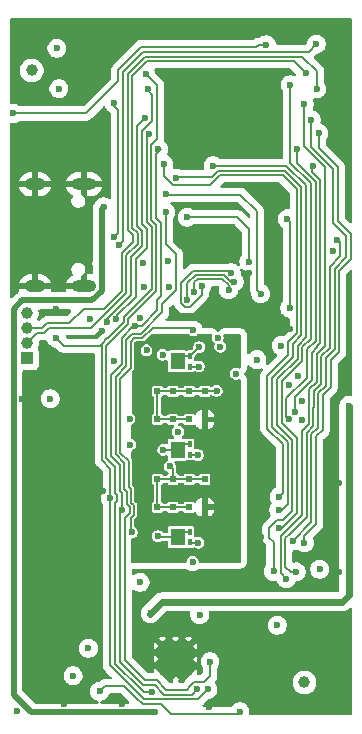
<source format=gbr>
%TF.GenerationSoftware,KiCad,Pcbnew,9.0.5*%
%TF.CreationDate,2025-11-01T11:22:36+01:00*%
%TF.ProjectId,horsesense,686f7273-6573-4656-9e73-652e6b696361,1.0*%
%TF.SameCoordinates,Original*%
%TF.FileFunction,Copper,L4,Bot*%
%TF.FilePolarity,Positive*%
%FSLAX46Y46*%
G04 Gerber Fmt 4.6, Leading zero omitted, Abs format (unit mm)*
G04 Created by KiCad (PCBNEW 9.0.5) date 2025-11-01 11:22:36*
%MOMM*%
%LPD*%
G01*
G04 APERTURE LIST*
%TA.AperFunction,HeatsinkPad*%
%ADD10C,0.600000*%
%TD*%
%TA.AperFunction,ComponentPad*%
%ADD11R,1.000000X1.000000*%
%TD*%
%TA.AperFunction,ComponentPad*%
%ADD12C,1.000000*%
%TD*%
%TA.AperFunction,HeatsinkPad*%
%ADD13C,0.500000*%
%TD*%
%TA.AperFunction,HeatsinkPad*%
%ADD14R,2.700000X2.700000*%
%TD*%
%TA.AperFunction,HeatsinkPad*%
%ADD15O,2.100000X1.000000*%
%TD*%
%TA.AperFunction,HeatsinkPad*%
%ADD16O,1.800000X1.000000*%
%TD*%
%TA.AperFunction,SMDPad,CuDef*%
%ADD17R,0.540000X0.550000*%
%TD*%
%TA.AperFunction,SMDPad,CuDef*%
%ADD18C,1.000000*%
%TD*%
%TA.AperFunction,SMDPad,CuDef*%
%ADD19R,0.350000X0.550000*%
%TD*%
%TA.AperFunction,SMDPad,CuDef*%
%ADD20R,1.250000X1.450000*%
%TD*%
%TA.AperFunction,ViaPad*%
%ADD21C,0.600000*%
%TD*%
%TA.AperFunction,Conductor*%
%ADD22C,0.500000*%
%TD*%
%TA.AperFunction,Conductor*%
%ADD23C,0.200000*%
%TD*%
%TA.AperFunction,Conductor*%
%ADD24C,0.600000*%
%TD*%
%TA.AperFunction,Conductor*%
%ADD25C,0.140000*%
%TD*%
G04 APERTURE END LIST*
D10*
%TO.P,U9,41,GND*%
%TO.N,GND*%
X16550000Y51570000D03*
X16550000Y50170000D03*
X17250000Y52270000D03*
X17250000Y50870000D03*
X17250000Y49470000D03*
X17950000Y51570000D03*
X17950000Y50170000D03*
X18650000Y52270000D03*
X18650000Y50870000D03*
X18650000Y49470000D03*
X19350000Y51570000D03*
X19350000Y50170000D03*
%TD*%
D11*
%TO.P,J4,1,Pin_1*%
%TO.N,+3.3V*%
X1940000Y30695000D03*
D12*
%TO.P,J4,2,Pin_2*%
%TO.N,Net-(J4-Pin_2)*%
X1940000Y31965000D03*
%TO.P,J4,3,Pin_3*%
%TO.N,Net-(J4-Pin_3)*%
X1940000Y33235000D03*
%TO.P,J4,4,Pin_4*%
%TO.N,GND*%
X1940000Y34505000D03*
%TD*%
D13*
%TO.P,U3,25,GND*%
%TO.N,GND*%
X13440000Y4177500D03*
X14540000Y4177500D03*
X15640000Y4177500D03*
X13440000Y5277500D03*
X14540000Y5277500D03*
D14*
X14540000Y5277500D03*
D13*
X15640000Y5277500D03*
X13440000Y6377500D03*
X14540000Y6377500D03*
X15640000Y6377500D03*
%TD*%
D15*
%TO.P,J1,S1,SHIELD*%
%TO.N,GND*%
X6795000Y45450000D03*
D16*
X2615000Y45450000D03*
D15*
X6795000Y36810000D03*
D16*
X2615000Y36810000D03*
%TD*%
D17*
%TO.P,D6,1*%
%TO.N,Net-(U1-PD1_IN)*%
X13000000Y27910000D03*
%TO.P,D6,2*%
X14310000Y27910000D03*
%TO.P,D6,3*%
X15690000Y27910000D03*
%TO.P,D6,4*%
X17000000Y27910000D03*
%TO.P,D6,5*%
%TO.N,PD_GND*%
X17000000Y25530000D03*
%TO.P,D6,6*%
%TO.N,Net-(U1-PD1_IN)*%
X15690000Y25530000D03*
%TO.P,D6,7*%
X14310000Y25530000D03*
%TO.P,D6,8*%
X13000000Y25530000D03*
%TD*%
D18*
%TO.P,TP4,1,1*%
%TO.N,unconnected-(TP4-Pad1)*%
X2360000Y55080000D03*
%TD*%
D19*
%TO.P,D2,1,K*%
%TO.N,Net-(D2-K)*%
X15750000Y23425000D03*
D20*
X14700000Y22980000D03*
D19*
%TO.P,D2,2,A*%
%TO.N,+3.3V_LED*%
X15750000Y22535000D03*
%TD*%
%TO.P,D1,1,K*%
%TO.N,Net-(D1-K)*%
X15750000Y30895000D03*
D20*
X14700000Y30450000D03*
D19*
%TO.P,D1,2,A*%
%TO.N,+3.3V_LED*%
X15750000Y30005000D03*
%TD*%
D17*
%TO.P,D4,1*%
%TO.N,Net-(U1-PD2_IN)*%
X13000000Y20470000D03*
%TO.P,D4,2*%
X14310000Y20470000D03*
%TO.P,D4,3*%
X15690000Y20470000D03*
%TO.P,D4,4*%
X17000000Y20470000D03*
%TO.P,D4,5*%
%TO.N,PD_GND*%
X17000000Y18090000D03*
%TO.P,D4,6*%
%TO.N,Net-(U1-PD2_IN)*%
X15690000Y18090000D03*
%TO.P,D4,7*%
X14310000Y18090000D03*
%TO.P,D4,8*%
X13000000Y18090000D03*
%TD*%
D18*
%TO.P,TP3,1,1*%
%TO.N,unconnected-(TP3-Pad1)*%
X25440000Y3270000D03*
%TD*%
D19*
%TO.P,D3,1,K*%
%TO.N,Net-(D3-K)*%
X15750000Y16025000D03*
D20*
X14700000Y15580000D03*
D19*
%TO.P,D3,2,A*%
%TO.N,+3.3V_LED*%
X15750000Y15135000D03*
%TD*%
D21*
%TO.N,+3.3V*%
X4490000Y56960000D03*
X11530000Y11740000D03*
X13440000Y31000000D03*
X21430000Y30600000D03*
X3930000Y27290000D03*
X7260000Y34010000D03*
X25200000Y25470000D03*
X9330000Y30440000D03*
X26740000Y12850000D03*
X4660000Y53540000D03*
X1080000Y870000D03*
X13930000Y38936513D03*
%TO.N,GND*%
X2230000Y8400000D03*
X24185602Y33167021D03*
X11810000Y38770000D03*
X20320000Y6930000D03*
X9960000Y1481000D03*
X18111147Y32460553D03*
X2330000Y4980000D03*
X24921000Y29190000D03*
X10690000Y23400000D03*
X5070000Y1481000D03*
X12390000Y58630000D03*
X19160000Y39130000D03*
X28399000Y20190000D03*
X26900000Y58690000D03*
X4390000Y50550000D03*
X20730000Y37970000D03*
X2040000Y24940000D03*
X8270000Y32980000D03*
X11360000Y10360000D03*
X14740000Y24470000D03*
X18620000Y9000000D03*
X1570000Y27290000D03*
X21740000Y15580000D03*
X5165000Y8595000D03*
X27774265Y23555735D03*
X5365152Y29236194D03*
X17360000Y1181000D03*
X12079315Y31391131D03*
X11498045Y34132415D03*
X27870000Y39770000D03*
X10640000Y25610000D03*
X28020000Y19620000D03*
X3770000Y2100000D03*
X4430000Y58860000D03*
X24119000Y28420000D03*
X11840000Y36760000D03*
X8400000Y19510000D03*
X28399000Y12610000D03*
X5360000Y15280000D03*
X4410000Y34860000D03*
X19646949Y29413051D03*
X8100000Y54290000D03*
X25222000Y27130000D03*
X12280000Y7700000D03*
%TO.N,+1.8V*%
X13940000Y36760000D03*
X18321279Y31688641D03*
X23474000Y31790000D03*
%TO.N,VBUS*%
X12790000Y780000D03*
X8300000Y38730000D03*
X8450000Y43530000D03*
%TO.N,+BATT*%
X23150000Y8110000D03*
X16570000Y8990000D03*
%TO.N,Net-(U3-REGN)*%
X8100000Y2510000D03*
X19990000Y780000D03*
%TO.N,Vsys*%
X12420000Y9120000D03*
X7160000Y6160000D03*
X29199000Y26710000D03*
X5860000Y3830000D03*
%TO.N,SDA*%
X4420000Y32420000D03*
X17279527Y2689686D03*
X12290000Y49700000D03*
X9000000Y18850000D03*
%TO.N,SCL*%
X10040000Y17860000D03*
X11113955Y33430649D03*
X13085000Y48430000D03*
X16346615Y2694517D03*
%TO.N,Net-(U9-IO0)*%
X800000Y51440000D03*
X22230000Y57262000D03*
%TO.N,MAX_MOSI_1_8*%
X19246611Y37949490D03*
X16761405Y36792178D03*
%TO.N,MAX_SCLK_1_8*%
X15532987Y35658976D03*
X19503765Y37191946D03*
%TO.N,MAX_MISO_1_8*%
X19017074Y36513000D03*
X16090000Y36357185D03*
%TO.N,INT_BAT*%
X23295029Y16354971D03*
X24250000Y53870000D03*
%TO.N,CE_BAT*%
X17450000Y5020000D03*
X13690000Y43070000D03*
%TO.N,PSEL_BAT*%
X12530000Y2440000D03*
X12000000Y54780000D03*
%TO.N,GPS_JAM*%
X17720000Y47010000D03*
X22830000Y12660000D03*
%TO.N,ICM_FSYNC*%
X9530918Y33995347D03*
X12180000Y53530000D03*
%TO.N,GPS_REQ*%
X26670000Y49780000D03*
X25450000Y15110000D03*
%TO.N,GPS_TX*%
X14594265Y45960000D03*
X23260000Y17870000D03*
%TO.N,ICM_INT2*%
X8754971Y33786499D03*
X11970000Y51050000D03*
%TO.N,GPS_RST*%
X24119000Y25550000D03*
X24857363Y48424038D03*
%TO.N,ICM_INT*%
X9340784Y52283250D03*
X9326149Y40961899D03*
%TO.N,GPS_PP1*%
X26030000Y50900000D03*
X24477815Y15272185D03*
%TO.N,FLASH_SCLK*%
X20740000Y38900000D03*
X15530000Y42660000D03*
%TO.N,GPS_SEL*%
X26170000Y47000000D03*
X24622000Y26172085D03*
%TO.N,Net-(J4-Pin_3)*%
X26500000Y53510000D03*
%TO.N,GPS_RX*%
X13530000Y47160000D03*
X23290000Y18980000D03*
%TO.N,ICM_AD0*%
X26440000Y57310000D03*
X9710000Y40260000D03*
%TO.N,GPS_REF*%
X25430000Y52240000D03*
X23918083Y12040000D03*
%TO.N,Net-(J4-Pin_2)*%
X25560000Y54830000D03*
%TO.N,GPS_FIX*%
X28179000Y40690000D03*
X24760000Y12620000D03*
%TO.N,Net-(U1-PD2_IN)*%
X14060000Y21560000D03*
%TO.N,Net-(D2-K)*%
X13491469Y22967996D03*
%TO.N,Net-(D1-K)*%
X16530000Y31660000D03*
%TO.N,Net-(D3-K)*%
X16030000Y33100000D03*
X10841000Y15980000D03*
X13030000Y15660000D03*
%TO.N,Net-(U1-PD1_IN)*%
X18010000Y27950000D03*
%TO.N,PD_GND*%
X17630000Y13940000D03*
X17110000Y26780000D03*
%TO.N,FLASH_SID3*%
X13710000Y44660000D03*
X21740000Y36180000D03*
%TO.N,FLASH_SID1*%
X23980000Y42510000D03*
X24190000Y34958527D03*
%TO.N,+3.3V_LED*%
X15980000Y13470000D03*
X16460000Y15100000D03*
X16420000Y22520000D03*
X16509000Y30010000D03*
%TD*%
D22*
%TO.N,VBUS*%
X7490917Y35611000D02*
X1561000Y35611000D01*
X12741000Y731000D02*
X2319000Y731000D01*
X12790000Y780000D02*
X12741000Y731000D01*
X8300000Y38730000D02*
X8300000Y36420083D01*
X2319000Y731000D02*
X820000Y2230000D01*
X8450000Y43530000D02*
X8300000Y43380000D01*
X1561000Y35611000D02*
X820000Y34870000D01*
X8300000Y36420083D02*
X7490917Y35611000D01*
X820000Y2230000D02*
X820000Y34870000D01*
X8300000Y43380000D02*
X8300000Y38730000D01*
D23*
%TO.N,Net-(U3-REGN)*%
X8100000Y2510000D02*
X8530000Y2940000D01*
X13310000Y1400000D02*
X14129000Y581000D01*
X11174900Y1968000D02*
X11742900Y1400000D01*
X19791000Y581000D02*
X19990000Y780000D01*
X14129000Y581000D02*
X19791000Y581000D01*
X8530000Y2940000D02*
X10195800Y2940000D01*
X11742900Y1400000D02*
X13310000Y1400000D01*
X11167800Y1968000D02*
X11174900Y1968000D01*
X10195800Y2940000D02*
X11167800Y1968000D01*
D24*
%TO.N,Vsys*%
X29199000Y26710000D02*
X29199000Y10650000D01*
X28658000Y10109000D02*
X13409000Y10109000D01*
X29199000Y10650000D02*
X28658000Y10109000D01*
X13409000Y10109000D02*
X12400000Y9100000D01*
D23*
%TO.N,SDA*%
X9000000Y18850000D02*
X9000000Y18470000D01*
X11870000Y1840000D02*
X16429841Y1840000D01*
X12518000Y39910900D02*
X12519000Y39911900D01*
X10131918Y33746404D02*
X10131918Y34181918D01*
X9000000Y18470000D02*
X8980000Y18450000D01*
X12084000Y42248343D02*
X12084000Y49451043D01*
X11333900Y2369000D02*
X11341000Y2369000D01*
X8980000Y18450000D02*
X8980000Y4730000D01*
X12519000Y41813343D02*
X12084000Y42248343D01*
X8280000Y22080000D02*
X8280000Y31910000D01*
X12519000Y39911900D02*
X12519000Y41813343D01*
X9000000Y21360000D02*
X8280000Y22080000D01*
X12084000Y49451043D02*
X12290000Y49657043D01*
X9038000Y4672000D02*
X9038000Y4664900D01*
X12518000Y36568000D02*
X12518000Y39910900D01*
X16429841Y1840000D02*
X17279527Y2689686D01*
X8140000Y31770000D02*
X8280000Y31910000D01*
X8760000Y32390000D02*
X8775514Y32390000D01*
X11341000Y2369000D02*
X11870000Y1840000D01*
X9000000Y18850000D02*
X9000000Y21360000D01*
X8775514Y32390000D02*
X10131918Y33746404D01*
X12290000Y49657043D02*
X12290000Y49700000D01*
X9038000Y4664900D02*
X11333900Y2369000D01*
X8980000Y4730000D02*
X9038000Y4672000D01*
X10131918Y34181918D02*
X12518000Y36568000D01*
X4420000Y32420000D02*
X5070000Y31770000D01*
X8280000Y31910000D02*
X8760000Y32390000D01*
X5070000Y31770000D02*
X8140000Y31770000D01*
%TO.N,SCL*%
X10010000Y19265043D02*
X10010000Y18172843D01*
X12989000Y34769000D02*
X12989000Y35619000D01*
X10010000Y18172843D02*
X10120000Y18062843D01*
X9840000Y17660000D02*
X10040000Y17860000D01*
X11812900Y3060000D02*
X9840000Y5032900D01*
X13320000Y35950000D02*
X13320000Y39578700D01*
X13321000Y42145543D02*
X12886000Y42580543D01*
X10002000Y19265043D02*
X10010000Y19265043D01*
X9802000Y19465043D02*
X10002000Y19265043D01*
X9802000Y21692200D02*
X9802000Y19465043D01*
X12770000Y3060000D02*
X11812900Y3060000D01*
X10933918Y33414204D02*
X9960000Y32440286D01*
X10120000Y18062843D02*
X10120000Y17940000D01*
X12886000Y48040000D02*
X13276000Y48430000D01*
X12989000Y35619000D02*
X13320000Y35950000D01*
X13589000Y2241000D02*
X12770000Y3060000D01*
X9960000Y32440286D02*
X9960000Y30190000D01*
X10933918Y33430649D02*
X10933918Y33414204D01*
X11113955Y33430649D02*
X10933918Y33430649D01*
X10120000Y17940000D02*
X10040000Y17860000D01*
X9082000Y22412200D02*
X9802000Y21692200D01*
X13320000Y39578700D02*
X13321000Y39579700D01*
X12886000Y42580543D02*
X12886000Y48040000D01*
X15893098Y2241000D02*
X13589000Y2241000D01*
X9082000Y29312000D02*
X9082000Y22412200D01*
X13276000Y48430000D02*
X13085000Y48430000D01*
X13321000Y39579700D02*
X13321000Y42145543D01*
X9840000Y5032900D02*
X9840000Y17660000D01*
X11650649Y33430649D02*
X12989000Y34769000D01*
X11113955Y33430649D02*
X11650649Y33430649D01*
X16346615Y2694517D02*
X15893098Y2241000D01*
X9960000Y30190000D02*
X9082000Y29312000D01*
%TO.N,Net-(U9-IO0)*%
X22230000Y57262000D02*
X21582000Y57262000D01*
X21582000Y57262000D02*
X21383000Y57063000D01*
X6960000Y51440000D02*
X800000Y51440000D01*
X21383000Y57063000D02*
X11621700Y57063000D01*
X9678000Y54158000D02*
X6960000Y51440000D01*
X11621700Y57063000D02*
X9678000Y55119300D01*
X9678000Y55119300D02*
X9678000Y54158000D01*
D25*
%TO.N,MAX_MOSI_1_8*%
X15296471Y35087976D02*
X14961987Y35422460D01*
X16761405Y36792178D02*
X16761405Y36079878D01*
X15991000Y38121000D02*
X19075101Y38121000D01*
X14961987Y35422460D02*
X14961987Y37091987D01*
X16761405Y36079878D02*
X15769503Y35087976D01*
X14961987Y37091987D02*
X15991000Y38121000D01*
X15769503Y35087976D02*
X15296471Y35087976D01*
X19075101Y38121000D02*
X19246611Y37949490D01*
%TO.N,MAX_SCLK_1_8*%
X15520000Y37050000D02*
X15520000Y35671963D01*
X16250000Y37780000D02*
X15520000Y37050000D01*
X19491819Y37180000D02*
X19210000Y37180000D01*
X15520000Y35671963D02*
X15532987Y35658976D01*
X19503765Y37191946D02*
X19491819Y37180000D01*
X18610000Y37780000D02*
X16250000Y37780000D01*
X19210000Y37180000D02*
X18610000Y37780000D01*
%TO.N,MAX_MISO_1_8*%
X19017074Y36513000D02*
X19017074Y36872926D01*
X16090000Y37137754D02*
X16090000Y36357185D01*
X16392246Y37440000D02*
X16090000Y37137754D01*
X18450000Y37440000D02*
X16392246Y37440000D01*
X19017074Y36872926D02*
X18450000Y37440000D01*
D23*
%TO.N,INT_BAT*%
X25277000Y31624156D02*
X25993000Y32340156D01*
X23898085Y16675185D02*
X24821000Y17598100D01*
X23576458Y16354971D02*
X23896672Y16675185D01*
X24821000Y23939000D02*
X23519000Y25241000D01*
X23519000Y28749000D02*
X25277000Y30507000D01*
X25993000Y32340156D02*
X25993000Y45509900D01*
X23295029Y16354971D02*
X23576458Y16354971D01*
X24250000Y47252900D02*
X24250000Y53870000D01*
X24821000Y17598100D02*
X24821000Y23939000D01*
X25993000Y45509900D02*
X24250000Y47252900D01*
X23518000Y25798943D02*
X23519000Y25799943D01*
X23519000Y25300057D02*
X23518000Y25301057D01*
X23519000Y25241000D02*
X23519000Y25300057D01*
X23518000Y25301057D02*
X23518000Y25798943D01*
X23519000Y25799943D02*
X23519000Y28749000D01*
X25277000Y30507000D02*
X25277000Y31624156D01*
X23896672Y16675185D02*
X23898085Y16675185D01*
%TO.N,CE_BAT*%
X13390000Y34600000D02*
X13390000Y35270000D01*
X11570000Y32780000D02*
X13390000Y34600000D01*
X16905517Y3295517D02*
X16097672Y3295517D01*
X10241000Y17211057D02*
X10641000Y17611057D01*
X10361000Y32274186D02*
X10866814Y32780000D01*
X10641000Y18108943D02*
X10411000Y18338943D01*
X15462000Y2642000D02*
X13755100Y2642000D01*
X11979000Y3461000D02*
X10241000Y5199000D01*
X10203000Y19639143D02*
X10203000Y21858300D01*
X15745615Y2943460D02*
X15745615Y2925615D01*
X14570000Y36450000D02*
X14570000Y39510000D01*
X13721000Y42312643D02*
X13721000Y42881000D01*
X13390000Y35270000D02*
X14570000Y36450000D01*
X9483000Y29145900D02*
X10361000Y30023900D01*
X14570000Y39510000D02*
X13722000Y40358000D01*
X17450000Y5020000D02*
X17450000Y3840000D01*
X10411000Y19431143D02*
X10203000Y19639143D01*
X17450000Y3840000D02*
X16905517Y3295517D01*
X12936100Y3461000D02*
X11979000Y3461000D01*
X10411000Y18338943D02*
X10411000Y19431143D01*
X15745615Y2925615D02*
X15462000Y2642000D01*
X13755100Y2642000D02*
X12936100Y3461000D01*
X10241000Y5199000D02*
X10241000Y17211057D01*
X10641000Y17611057D02*
X10641000Y18108943D01*
X10866814Y32780000D02*
X11570000Y32780000D01*
X13690000Y42912000D02*
X13690000Y43070000D01*
X10203000Y21858300D02*
X9483000Y22578300D01*
X13722000Y42311643D02*
X13721000Y42312643D01*
X9483000Y22578300D02*
X9483000Y29145900D01*
X13721000Y42881000D02*
X13690000Y42912000D01*
X10361000Y30023900D02*
X10361000Y32274186D01*
X13722000Y40358000D02*
X13722000Y42311643D01*
X16097672Y3295517D02*
X15745615Y2943460D01*
%TO.N,PSEL_BAT*%
X12485000Y48785000D02*
X12972000Y49272000D01*
X9401000Y21526100D02*
X8681000Y22246100D01*
X12530000Y2440000D02*
X11837100Y2440000D01*
X10532918Y33580304D02*
X10532918Y34015818D01*
X12972000Y49272000D02*
X12972000Y53808000D01*
X8681000Y31728386D02*
X10532918Y33580304D01*
X12919000Y39744800D02*
X12920000Y39745800D01*
X9401000Y19298943D02*
X9401000Y21526100D01*
X11837100Y2440000D02*
X11507100Y2770000D01*
X9439000Y18108943D02*
X9440000Y18109943D01*
X9601000Y19098943D02*
X9401000Y19298943D01*
X12972000Y53808000D02*
X12000000Y54780000D01*
X12920000Y39745800D02*
X12920000Y41979443D01*
X8681000Y22246100D02*
X8681000Y31728386D01*
X9440000Y18440057D02*
X9601000Y18601057D01*
X9439000Y4831000D02*
X9439000Y18108943D01*
X12920000Y41979443D02*
X12485000Y42414443D01*
X9601000Y18601057D02*
X9601000Y19098943D01*
X11500000Y2770000D02*
X9439000Y4831000D01*
X12919000Y36401900D02*
X12919000Y39744800D01*
X10532918Y34015818D02*
X12919000Y36401900D01*
X11507100Y2770000D02*
X11500000Y2770000D01*
X9440000Y18109943D02*
X9440000Y18440057D01*
X12485000Y42414443D02*
X12485000Y48785000D01*
%TO.N,GPS_JAM*%
X23118000Y28915100D02*
X24876000Y30673100D01*
X23654387Y17000000D02*
X23730572Y17076185D01*
X23118000Y25133957D02*
X23117000Y25134957D01*
X22470000Y15530000D02*
X22470000Y16379885D01*
X23117000Y25965043D02*
X23118000Y25966043D01*
X23118000Y25966043D02*
X23118000Y28915100D01*
X25592000Y32506256D02*
X25592000Y45343800D01*
X23731985Y17076185D02*
X24420000Y17764200D01*
X23090115Y17000000D02*
X23654387Y17000000D01*
X23730572Y17076185D02*
X23731985Y17076185D01*
X23117000Y25134957D02*
X23117000Y25965043D01*
X23118000Y25074900D02*
X23118000Y25133957D01*
X22470000Y16379885D02*
X23090115Y17000000D01*
X24876000Y30673100D02*
X24876000Y31790256D01*
X24420000Y17764200D02*
X24420000Y23772900D01*
X22830000Y12660000D02*
X22830000Y15170000D01*
X22830000Y15170000D02*
X22470000Y15530000D01*
X24420000Y23772900D02*
X23118000Y25074900D01*
X25592000Y45343800D02*
X23925800Y47010000D01*
X24876000Y31790256D02*
X25592000Y32506256D01*
X23925800Y47010000D02*
X17720000Y47010000D01*
%TO.N,ICM_FSYNC*%
X11180000Y35925858D02*
X11180000Y39140000D01*
X12118000Y40078000D02*
X12118000Y41647243D01*
X9530918Y34276776D02*
X11180000Y35925858D01*
X12070943Y50301000D02*
X12571000Y50801057D01*
X11683000Y49913057D02*
X11689000Y49919057D01*
X12041057Y50301000D02*
X12070943Y50301000D01*
X9530918Y33995347D02*
X9530918Y34276776D01*
X12571000Y53022470D02*
X12180000Y53413470D01*
X11180000Y39140000D02*
X12118000Y40078000D01*
X11689000Y49919057D02*
X11689000Y49948943D01*
X12180000Y53413470D02*
X12180000Y53530000D01*
X11689000Y49948943D02*
X12041057Y50301000D01*
X12571000Y50801057D02*
X12571000Y53022470D01*
X11683000Y42082243D02*
X11683000Y49913057D01*
X12118000Y41647243D02*
X11683000Y42082243D01*
%TO.N,GPS_REQ*%
X28272000Y46942257D02*
X26670000Y48544257D01*
X27683000Y28237500D02*
X27683000Y30535800D01*
X25450000Y15110000D02*
X25450000Y15682900D01*
X27683000Y30535800D02*
X28383000Y31235800D01*
X27004000Y26242700D02*
X27026000Y26264700D01*
X28399000Y31343556D02*
X28399000Y38124800D01*
X28383000Y31235800D02*
X28383000Y31327556D01*
X26670000Y48544257D02*
X26670000Y49780000D01*
X27026000Y26264700D02*
X27026000Y27580500D01*
X28399000Y38124800D02*
X29399000Y39124800D01*
X28383000Y31327556D02*
X28399000Y31343556D01*
X26425000Y24093700D02*
X27004000Y24672700D01*
X26425000Y16657900D02*
X26425000Y24093700D01*
X29399000Y39124800D02*
X29399000Y41208100D01*
X28272000Y42335100D02*
X28272000Y46942257D01*
X25450000Y15682900D02*
X26425000Y16657900D01*
X27026000Y27580500D02*
X27683000Y28237500D01*
X29399000Y41208100D02*
X28272000Y42335100D01*
X27004000Y24672700D02*
X27004000Y26242700D01*
%TO.N,GPS_TX*%
X14654265Y46020000D02*
X14594265Y45960000D01*
X22717000Y24908800D02*
X22717000Y24967857D01*
X24475000Y31956356D02*
X25191000Y32672356D01*
X23550000Y17870000D02*
X24019000Y18339000D01*
X18168943Y46609000D02*
X17579943Y46020000D01*
X25191000Y32672356D02*
X25191000Y45177700D01*
X24475000Y30839200D02*
X24475000Y31956356D01*
X25191000Y45177700D02*
X23759700Y46609000D01*
X22717000Y26132143D02*
X22717000Y29081200D01*
X23260000Y17870000D02*
X23550000Y17870000D01*
X22717000Y29081200D02*
X24475000Y30839200D01*
X22716000Y24968857D02*
X22716000Y26131143D01*
X23759700Y46609000D02*
X18168943Y46609000D01*
X22716000Y26131143D02*
X22717000Y26132143D01*
X22717000Y24967857D02*
X22716000Y24968857D01*
X24019000Y23606800D02*
X22717000Y24908800D01*
X24019000Y18339000D02*
X24019000Y23606800D01*
X17579943Y46020000D02*
X14654265Y46020000D01*
%TO.N,ICM_INT2*%
X8754971Y34067929D02*
X10779000Y36091958D01*
X11282000Y41916143D02*
X11282000Y50362000D01*
X10779000Y39306100D02*
X11717000Y40244100D01*
X8754971Y33786499D02*
X8754971Y34067929D01*
X11717000Y40244100D02*
X11717000Y41481143D01*
X10779000Y36091958D02*
X10779000Y39306100D01*
X11717000Y41481143D02*
X11282000Y41916143D01*
X11282000Y50362000D02*
X11970000Y51050000D01*
%TO.N,GPS_RST*%
X23920000Y25749000D02*
X23920000Y27310000D01*
X24857363Y47212637D02*
X24857363Y48424038D01*
X25678000Y31458056D02*
X26394000Y32174056D01*
X23920000Y27310000D02*
X25678000Y29068000D01*
X26394000Y45676000D02*
X24857363Y47212637D01*
X24119000Y25550000D02*
X23920000Y25749000D01*
X26394000Y32174056D02*
X26394000Y45676000D01*
X25678000Y29068000D02*
X25678000Y31458056D01*
%TO.N,ICM_INT*%
X9360000Y52264034D02*
X9340784Y52283250D01*
X9184034Y52264034D02*
X9360000Y52264034D01*
X9678000Y51770068D02*
X9184034Y52264034D01*
X9678000Y41313750D02*
X9678000Y51770068D01*
X9326149Y40961899D02*
X9678000Y41313750D01*
%TO.N,GPS_PP1*%
X26024000Y16824000D02*
X26024000Y24259800D01*
X27982000Y31401900D02*
X27982000Y31493656D01*
X28970000Y41070000D02*
X27871000Y42169000D01*
X27871000Y42169000D02*
X27871000Y46776157D01*
X24477815Y15277815D02*
X26024000Y16824000D01*
X27998000Y31509656D02*
X27998000Y38290900D01*
X26603000Y24838800D02*
X26603000Y26408800D01*
X24477815Y15272185D02*
X24477815Y15277815D01*
X26030000Y48617157D02*
X26030000Y50900000D01*
X27282000Y28403600D02*
X27282000Y30701900D01*
X27282000Y30701900D02*
X27982000Y31401900D01*
X26024000Y24259800D02*
X26603000Y24838800D01*
X26603000Y26408800D02*
X26625000Y26430800D01*
X27998000Y38290900D02*
X28970000Y39262900D01*
X28970000Y39262900D02*
X28970000Y41070000D01*
X27871000Y46776157D02*
X26030000Y48617157D01*
X27982000Y31493656D02*
X27998000Y31509656D01*
X26625000Y27746600D02*
X27282000Y28403600D01*
X26625000Y26430800D02*
X26625000Y27746600D01*
%TO.N,FLASH_SCLK*%
X20740000Y38900000D02*
X20740000Y41690000D01*
X20740000Y41690000D02*
X20400000Y42030000D01*
X20400000Y42030000D02*
X19770000Y42660000D01*
X19770000Y42660000D02*
X15530000Y42660000D01*
%TO.N,GPS_SEL*%
X26795000Y32007956D02*
X26795000Y45842100D01*
X26530000Y31742956D02*
X26795000Y32007956D01*
X26079000Y28901900D02*
X26079000Y31200200D01*
X24622000Y26172085D02*
X24622000Y27444900D01*
X26079000Y31200200D02*
X26530000Y31651200D01*
X26120000Y46950000D02*
X26170000Y47000000D01*
X26120000Y46517100D02*
X26120000Y46950000D01*
X26530000Y31651200D02*
X26530000Y31742956D01*
X26795000Y45842100D02*
X26120000Y46517100D01*
X24622000Y27444900D02*
X26079000Y28901900D01*
%TO.N,Net-(J4-Pin_3)*%
X10480000Y54787100D02*
X11953900Y56261000D01*
X10915000Y40576300D02*
X10915000Y41148943D01*
X3195000Y33235000D02*
X3637450Y33677450D01*
X1940000Y33235000D02*
X3195000Y33235000D01*
X9977000Y39638300D02*
X10915000Y40576300D01*
X10915000Y41148943D02*
X10480000Y41583943D01*
X26500000Y55030000D02*
X26500000Y53510000D01*
X25269000Y56261000D02*
X26500000Y55030000D01*
X9977000Y36424158D02*
X9977000Y39638300D01*
X11953900Y56261000D02*
X25269000Y56261000D01*
X3637450Y33677450D02*
X5537450Y33677450D01*
X8462842Y34910000D02*
X9977000Y36424158D01*
X5537450Y33677450D02*
X6770000Y34910000D01*
X6770000Y34910000D02*
X8462842Y34910000D01*
X10480000Y41583943D02*
X10480000Y54787100D01*
%TO.N,GPS_RX*%
X22300000Y29231300D02*
X24074000Y31005300D01*
X24790000Y45011600D02*
X23593600Y46208000D01*
X24790000Y32838456D02*
X24790000Y45011600D01*
X23290000Y18980000D02*
X23618000Y19308000D01*
X23618000Y19308000D02*
X23618000Y23440700D01*
X18335043Y46208000D02*
X17487042Y45360000D01*
X24074000Y32122456D02*
X24790000Y32838456D01*
X14843208Y45359000D02*
X14345322Y45359000D01*
X17487042Y45360000D02*
X14844208Y45360000D01*
X24074000Y31005300D02*
X24074000Y32122456D01*
X14330000Y45360000D02*
X13530000Y46160000D01*
X23593600Y46208000D02*
X18335043Y46208000D01*
X14345322Y45359000D02*
X14344322Y45360000D01*
X14844208Y45360000D02*
X14843208Y45359000D01*
X14344322Y45360000D02*
X14330000Y45360000D01*
X13530000Y46160000D02*
X13530000Y47160000D01*
X22300000Y24758700D02*
X22300000Y29231300D01*
X23618000Y23440700D02*
X22300000Y24758700D01*
%TO.N,ICM_AD0*%
X9710000Y40260000D02*
X10079000Y40629000D01*
X11787800Y56662000D02*
X25812000Y56662000D01*
X26440000Y57290000D02*
X26440000Y57310000D01*
X10079000Y40629000D02*
X10079000Y54953200D01*
X25812000Y56662000D02*
X26440000Y57290000D01*
X10079000Y54953200D02*
X11787800Y56662000D01*
%TO.N,GPS_REF*%
X27180000Y31734100D02*
X27180000Y31825856D01*
X27180000Y46024200D02*
X27180000Y46900057D01*
X27180000Y46900057D02*
X25400000Y48680057D01*
X25801000Y26741000D02*
X25823000Y26763000D01*
X25801000Y25171000D02*
X25801000Y26741000D01*
X24062772Y16274185D02*
X24064185Y16274185D01*
X24064185Y16274185D02*
X25222000Y17432000D01*
X25400000Y48680057D02*
X25400000Y52070000D01*
X25222000Y17432000D02*
X25222000Y24592000D01*
X25222000Y24592000D02*
X25801000Y25171000D01*
X27196000Y31841856D02*
X27196000Y46008200D01*
X23430000Y12528083D02*
X23430000Y15641413D01*
X25430000Y52100000D02*
X25430000Y52240000D01*
X26480000Y28735800D02*
X26480000Y31034100D01*
X25823000Y28078800D02*
X26480000Y28735800D01*
X23918083Y12040000D02*
X23430000Y12528083D01*
X25823000Y26763000D02*
X25823000Y28078800D01*
X26480000Y31034100D02*
X27180000Y31734100D01*
X23430000Y15641413D02*
X24062772Y16274185D01*
X27196000Y46008200D02*
X27180000Y46024200D01*
X27180000Y31825856D02*
X27196000Y31841856D01*
X25400000Y52070000D02*
X25430000Y52100000D01*
%TO.N,Net-(J4-Pin_2)*%
X24530000Y55860000D02*
X25560000Y54830000D01*
X10881000Y41750043D02*
X10881000Y54621000D01*
X2774000Y32834000D02*
X3361100Y32834000D01*
X7396392Y33276450D02*
X10378000Y36258058D01*
X11316000Y41315043D02*
X10881000Y41750043D01*
X1940000Y31965000D02*
X1940000Y32000000D01*
X12120000Y55860000D02*
X24530000Y55860000D01*
X11316000Y40410200D02*
X11316000Y41315043D01*
X3803550Y33276450D02*
X7396392Y33276450D01*
X10378000Y36258058D02*
X10378000Y39472200D01*
X3361100Y32834000D02*
X3803550Y33276450D01*
X10881000Y54621000D02*
X12120000Y55860000D01*
X1940000Y32000000D02*
X2774000Y32834000D01*
X10378000Y39472200D02*
X11316000Y40410200D01*
%TO.N,GPS_FIX*%
X24273488Y12620000D02*
X23831000Y13062488D01*
X23831000Y13062488D02*
X23831000Y15475313D01*
X28470000Y39330000D02*
X28470000Y40650000D01*
X26202000Y26574900D02*
X26224000Y26596900D01*
X26881000Y30868000D02*
X27581000Y31568000D01*
X27597000Y31675756D02*
X27597000Y38457000D01*
X25623000Y17265900D02*
X25623000Y24425900D01*
X24228872Y15873185D02*
X24230285Y15873185D01*
X26202000Y25004900D02*
X26202000Y26574900D01*
X28219000Y40650000D02*
X28179000Y40690000D01*
X24230285Y15873185D02*
X25623000Y17265900D01*
X26224000Y26596900D02*
X26224000Y27912700D01*
X25623000Y24425900D02*
X26202000Y25004900D01*
X23831000Y15475313D02*
X24228872Y15873185D01*
X26224000Y27912700D02*
X26881000Y28569700D01*
X28470000Y40650000D02*
X28219000Y40650000D01*
X27597000Y38457000D02*
X28470000Y39330000D01*
X27581000Y31568000D02*
X27581000Y31659756D01*
X24760000Y12620000D02*
X24273488Y12620000D01*
X26881000Y28569700D02*
X26881000Y30868000D01*
X27581000Y31659756D02*
X27597000Y31675756D01*
%TO.N,Net-(U1-PD2_IN)*%
X15690000Y20470000D02*
X14310000Y20470000D01*
X15690000Y18090000D02*
X14310000Y18090000D01*
D25*
X14310000Y20470000D02*
X14310000Y21310000D01*
X14310000Y21310000D02*
X14060000Y21560000D01*
D23*
X17000000Y20470000D02*
X15690000Y20470000D01*
X14310000Y20470000D02*
X13000000Y20470000D01*
X13000000Y20470000D02*
X13000000Y18090000D01*
X14310000Y18090000D02*
X13000000Y18090000D01*
D25*
X15540000Y20620000D02*
X15690000Y20470000D01*
X14470000Y20470000D02*
X14310000Y20470000D01*
D23*
%TO.N,Net-(D2-K)*%
X15750000Y23425000D02*
X15145000Y23425000D01*
D25*
X13503473Y22980000D02*
X14700000Y22980000D01*
D23*
X15145000Y23425000D02*
X14700000Y22980000D01*
D25*
X13491469Y22967996D02*
X13503473Y22980000D01*
%TO.N,Net-(D1-K)*%
X15975000Y31120000D02*
X15750000Y30895000D01*
D23*
X15750000Y30895000D02*
X15145000Y30895000D01*
X15145000Y30895000D02*
X14700000Y30450000D01*
D25*
X16530000Y31660000D02*
X15990000Y31120000D01*
X15990000Y31120000D02*
X15975000Y31120000D01*
%TO.N,Net-(D3-K)*%
X10782000Y18492617D02*
X11012000Y18262616D01*
X10739673Y32128185D02*
X10739673Y29877900D01*
D23*
X14700000Y15580000D02*
X13110000Y15580000D01*
D25*
X10782000Y17227383D02*
X10782000Y16039000D01*
X9854000Y26760000D02*
X9854000Y27752013D01*
X11020488Y32409000D02*
X10739673Y32128185D01*
X11012000Y18262616D02*
X11012000Y17457383D01*
X15840000Y33290000D02*
X12604674Y33290000D01*
X10739673Y29877900D02*
X9854000Y28992226D01*
X9854000Y26760000D02*
X9854000Y22731974D01*
X10782000Y19622000D02*
X10782000Y18492617D01*
X12604674Y33290000D02*
X11723673Y32409000D01*
X11012000Y17457383D02*
X10782000Y17227383D01*
X11723673Y32409000D02*
X11020488Y32409000D01*
D23*
X15750000Y16025000D02*
X15145000Y16025000D01*
X10841000Y15980000D02*
X10820000Y16001000D01*
D25*
X10782000Y16039000D02*
X10841000Y15980000D01*
X9854000Y28992226D02*
X9854000Y26760000D01*
X9854000Y22731974D02*
X10574000Y22011973D01*
X16030000Y33100000D02*
X15840000Y33290000D01*
X10574000Y22011973D02*
X10574000Y19830000D01*
X10574000Y19830000D02*
X10782000Y19622000D01*
D23*
X15145000Y16025000D02*
X14700000Y15580000D01*
X13110000Y15580000D02*
X13030000Y15660000D01*
D25*
%TO.N,Net-(U1-PD1_IN)*%
X18010000Y27950000D02*
X18000000Y27940000D01*
D23*
X14310000Y25530000D02*
X13000000Y25530000D01*
X13000000Y27910000D02*
X13000000Y25530000D01*
X15690000Y27910000D02*
X14310000Y27910000D01*
D25*
X17030000Y27940000D02*
X17000000Y27910000D01*
X18000000Y27940000D02*
X17030000Y27940000D01*
D23*
X17000000Y27910000D02*
X15690000Y27910000D01*
X15690000Y25530000D02*
X14310000Y25530000D01*
X14310000Y27910000D02*
X13000000Y27910000D01*
%TO.N,FLASH_SID3*%
X13710000Y44660000D02*
X13810000Y44560000D01*
X21440000Y36480000D02*
X21740000Y36180000D01*
X21440000Y43140000D02*
X21440000Y36480000D01*
X20020000Y44560000D02*
X21440000Y43140000D01*
X13810000Y44560000D02*
X20020000Y44560000D01*
%TO.N,FLASH_SID1*%
X24190000Y42300000D02*
X23980000Y42510000D01*
X24190000Y34958527D02*
X24190000Y42300000D01*
%TO.N,+3.3V_LED*%
X16504000Y30005000D02*
X16509000Y30010000D01*
X15785000Y15100000D02*
X15750000Y15135000D01*
X15750000Y30005000D02*
X16504000Y30005000D01*
X16460000Y15100000D02*
X15785000Y15100000D01*
X16420000Y22520000D02*
X15765000Y22520000D01*
X15765000Y22520000D02*
X15750000Y22535000D01*
%TD*%
%TA.AperFunction,Conductor*%
%TO.N,GND*%
G36*
X29418834Y38192885D02*
G01*
X29474767Y38151013D01*
X29499184Y38085549D01*
X29499500Y38076703D01*
X29499500Y27617505D01*
X29479815Y27550466D01*
X29427011Y27504711D01*
X29357853Y27494767D01*
X29351310Y27495887D01*
X29277842Y27510500D01*
X29120158Y27510500D01*
X29120155Y27510500D01*
X28965510Y27479739D01*
X28965498Y27479736D01*
X28819827Y27419398D01*
X28819814Y27419391D01*
X28688711Y27331790D01*
X28688707Y27331787D01*
X28577213Y27220293D01*
X28577210Y27220289D01*
X28489609Y27089186D01*
X28489602Y27089173D01*
X28429264Y26943502D01*
X28429261Y26943490D01*
X28398500Y26788847D01*
X28398500Y11033500D01*
X28378815Y10966461D01*
X28326011Y10920706D01*
X28274500Y10909500D01*
X13330154Y10909500D01*
X13175509Y10878739D01*
X13175497Y10878736D01*
X13132832Y10861064D01*
X13132833Y10861063D01*
X13029823Y10818396D01*
X13029814Y10818391D01*
X12898712Y10730791D01*
X12898710Y10730788D01*
X11778213Y9610293D01*
X11778210Y9610289D01*
X11690609Y9479186D01*
X11690602Y9479173D01*
X11630264Y9333502D01*
X11630261Y9333490D01*
X11599500Y9178847D01*
X11599500Y9021154D01*
X11630261Y8866511D01*
X11630264Y8866499D01*
X11690602Y8720828D01*
X11690609Y8720815D01*
X11778210Y8589712D01*
X11778213Y8589708D01*
X11889707Y8478214D01*
X11889711Y8478211D01*
X12020814Y8390610D01*
X12020827Y8390603D01*
X12134541Y8343502D01*
X12166503Y8330263D01*
X12321153Y8299501D01*
X12321156Y8299500D01*
X12321158Y8299500D01*
X12478844Y8299500D01*
X12478845Y8299501D01*
X12633497Y8330263D01*
X12779179Y8390606D01*
X12910289Y8478211D01*
X13704259Y9272181D01*
X13765582Y9305666D01*
X13791940Y9308500D01*
X15666076Y9308500D01*
X15733115Y9288815D01*
X15778870Y9236011D01*
X15788814Y9166853D01*
X15787693Y9160309D01*
X15769500Y9068847D01*
X15769500Y8911154D01*
X15800261Y8756511D01*
X15800264Y8756499D01*
X15860602Y8610828D01*
X15860609Y8610815D01*
X15948210Y8479712D01*
X15948213Y8479708D01*
X16059707Y8368214D01*
X16059711Y8368211D01*
X16190814Y8280610D01*
X16190827Y8280603D01*
X16336498Y8220265D01*
X16336503Y8220263D01*
X16491153Y8189501D01*
X16491156Y8189500D01*
X16491158Y8189500D01*
X16648844Y8189500D01*
X16648845Y8189501D01*
X16803497Y8220263D01*
X16949179Y8280606D01*
X16949186Y8280612D01*
X16949190Y8280613D01*
X16975262Y8298034D01*
X16975266Y8298036D01*
X17043309Y8343502D01*
X17080289Y8368211D01*
X17191789Y8479711D01*
X17279394Y8610821D01*
X17339737Y8756503D01*
X17370500Y8911158D01*
X17370500Y9068842D01*
X17370500Y9068845D01*
X17370499Y9068847D01*
X17352307Y9160309D01*
X17358534Y9229901D01*
X17401397Y9285078D01*
X17467287Y9308322D01*
X17473924Y9308500D01*
X28736844Y9308500D01*
X28736845Y9308501D01*
X28891497Y9339263D01*
X29037179Y9399606D01*
X29168289Y9487211D01*
X29287820Y9606743D01*
X29349141Y9640226D01*
X29418833Y9635242D01*
X29474767Y9593371D01*
X29499184Y9527907D01*
X29499500Y9519060D01*
X29499500Y604500D01*
X29479815Y537461D01*
X29427011Y491706D01*
X29375500Y480500D01*
X20897703Y480500D01*
X20830664Y500185D01*
X20784909Y552989D01*
X20774965Y622147D01*
X20776086Y628691D01*
X20790499Y701154D01*
X20790500Y701156D01*
X20790500Y858845D01*
X20790499Y858847D01*
X20759738Y1013490D01*
X20759737Y1013497D01*
X20759735Y1013502D01*
X20699397Y1159173D01*
X20699390Y1159186D01*
X20611789Y1290289D01*
X20611786Y1290293D01*
X20500292Y1401787D01*
X20500288Y1401790D01*
X20369185Y1489391D01*
X20369172Y1489398D01*
X20223501Y1549736D01*
X20223489Y1549739D01*
X20068845Y1580500D01*
X20068842Y1580500D01*
X19911158Y1580500D01*
X19911155Y1580500D01*
X19756510Y1549739D01*
X19756498Y1549736D01*
X19610827Y1489398D01*
X19610814Y1489391D01*
X19479711Y1401790D01*
X19479707Y1401787D01*
X19368210Y1290290D01*
X19332343Y1236609D01*
X19278731Y1191804D01*
X19229241Y1181500D01*
X16919939Y1181500D01*
X16898696Y1187738D01*
X16876607Y1189317D01*
X16865821Y1197391D01*
X16852900Y1201185D01*
X16838402Y1217917D01*
X16820673Y1231188D01*
X16815964Y1243811D01*
X16807145Y1253989D01*
X16803993Y1275905D01*
X16796255Y1296652D01*
X16799118Y1309815D01*
X16797201Y1323147D01*
X16806399Y1343290D01*
X16811106Y1364925D01*
X16824375Y1382652D01*
X16826226Y1386703D01*
X16832242Y1393166D01*
X16910361Y1471284D01*
X16910362Y1471287D01*
X17294189Y1855114D01*
X17355510Y1888597D01*
X17357677Y1889048D01*
X17415612Y1900573D01*
X17513024Y1919949D01*
X17658706Y1980292D01*
X17789816Y2067897D01*
X17901316Y2179397D01*
X17988921Y2310507D01*
X17992777Y2319815D01*
X18002594Y2343520D01*
X18049264Y2456189D01*
X18080027Y2610844D01*
X18080027Y2768528D01*
X18080027Y2768531D01*
X18080026Y2768533D01*
X18049264Y2923183D01*
X18026490Y2978165D01*
X17988924Y3068859D01*
X17988917Y3068872D01*
X17920371Y3171457D01*
X24439499Y3171457D01*
X24477947Y2978171D01*
X24477950Y2978161D01*
X24553364Y2796093D01*
X24553371Y2796080D01*
X24662860Y2632219D01*
X24662863Y2632215D01*
X24802214Y2492864D01*
X24802218Y2492861D01*
X24966079Y2383372D01*
X24966092Y2383365D01*
X25125454Y2317356D01*
X25148165Y2307949D01*
X25148169Y2307949D01*
X25148170Y2307948D01*
X25341456Y2269500D01*
X25341459Y2269500D01*
X25538543Y2269500D01*
X25668582Y2295368D01*
X25731835Y2307949D01*
X25913914Y2383368D01*
X26077782Y2492861D01*
X26217139Y2632218D01*
X26326632Y2796086D01*
X26402051Y2978165D01*
X26418381Y3060262D01*
X26440500Y3171457D01*
X26440500Y3368544D01*
X26402052Y3561830D01*
X26402051Y3561831D01*
X26402051Y3561835D01*
X26387691Y3596503D01*
X26326635Y3743908D01*
X26326628Y3743921D01*
X26217139Y3907782D01*
X26217136Y3907786D01*
X26077785Y4047137D01*
X26077781Y4047140D01*
X25913920Y4156629D01*
X25913907Y4156636D01*
X25731839Y4232050D01*
X25731829Y4232053D01*
X25538543Y4270500D01*
X25538541Y4270500D01*
X25341459Y4270500D01*
X25341457Y4270500D01*
X25148170Y4232053D01*
X25148160Y4232050D01*
X24966092Y4156636D01*
X24966079Y4156629D01*
X24802218Y4047140D01*
X24802214Y4047137D01*
X24662863Y3907786D01*
X24662860Y3907782D01*
X24553371Y3743921D01*
X24553364Y3743908D01*
X24477950Y3561840D01*
X24477947Y3561830D01*
X24439500Y3368544D01*
X24439500Y3368541D01*
X24439500Y3171459D01*
X24439500Y3171457D01*
X24439499Y3171457D01*
X17920371Y3171457D01*
X17901316Y3199975D01*
X17901313Y3199979D01*
X17867945Y3233346D01*
X17863606Y3241292D01*
X17856357Y3246718D01*
X17847122Y3271478D01*
X17834459Y3294668D01*
X17835104Y3303700D01*
X17831941Y3312183D01*
X17837558Y3338005D01*
X17839443Y3364360D01*
X17845260Y3373413D01*
X17846793Y3380456D01*
X17867942Y3408707D01*
X17930520Y3471284D01*
X18002815Y3596503D01*
X18009577Y3608215D01*
X18050500Y3760942D01*
X18050500Y3919057D01*
X18050500Y4440235D01*
X18070185Y4507274D01*
X18071398Y4509126D01*
X18091621Y4539391D01*
X18159394Y4640821D01*
X18219737Y4786503D01*
X18250500Y4941158D01*
X18250500Y5098842D01*
X18250500Y5098845D01*
X18250499Y5098847D01*
X18234854Y5177500D01*
X18219737Y5253497D01*
X18186332Y5334145D01*
X18159397Y5399173D01*
X18159390Y5399186D01*
X18071789Y5530289D01*
X18071786Y5530293D01*
X17960292Y5641787D01*
X17960288Y5641790D01*
X17829185Y5729391D01*
X17829172Y5729398D01*
X17683501Y5789736D01*
X17683489Y5789739D01*
X17528845Y5820500D01*
X17528842Y5820500D01*
X17371158Y5820500D01*
X17371155Y5820500D01*
X17216510Y5789739D01*
X17216498Y5789736D01*
X17070827Y5729398D01*
X17070814Y5729391D01*
X16939711Y5641790D01*
X16939707Y5641787D01*
X16828213Y5530293D01*
X16828210Y5530289D01*
X16740609Y5399186D01*
X16740602Y5399173D01*
X16680264Y5253502D01*
X16680261Y5253490D01*
X16649500Y5098847D01*
X16649500Y4941154D01*
X16680261Y4786511D01*
X16680264Y4786499D01*
X16740602Y4640828D01*
X16740609Y4640815D01*
X16828602Y4509126D01*
X16849480Y4442449D01*
X16849500Y4440235D01*
X16849500Y4140097D01*
X16840855Y4110657D01*
X16834332Y4080670D01*
X16830577Y4075655D01*
X16829815Y4073058D01*
X16813181Y4052416D01*
X16693101Y3932336D01*
X16631778Y3898851D01*
X16605420Y3896017D01*
X16499798Y3896017D01*
X16432759Y3915702D01*
X16387004Y3968506D01*
X16377060Y4037664D01*
X16378181Y4044208D01*
X16389999Y4103627D01*
X16390000Y4103629D01*
X16390000Y4251372D01*
X16389999Y4251374D01*
X16361179Y4396260D01*
X16361178Y4396264D01*
X16317577Y4501525D01*
X15816777Y4000723D01*
X15315974Y3499923D01*
X15325751Y3450770D01*
X15325510Y3448083D01*
X15326660Y3445640D01*
X15322414Y3413484D01*
X15319524Y3381178D01*
X15317759Y3378227D01*
X15317515Y3376371D01*
X15310796Y3366575D01*
X15298777Y3346462D01*
X15295445Y3342527D01*
X15265095Y3312176D01*
X15255102Y3294870D01*
X15247919Y3286383D01*
X15227655Y3273029D01*
X15210094Y3256284D01*
X15197679Y3253273D01*
X15189580Y3247934D01*
X15174980Y3247766D01*
X15153276Y3242500D01*
X14865944Y3242500D01*
X14798905Y3262185D01*
X14753150Y3314989D01*
X14743206Y3384147D01*
X14772231Y3447703D01*
X14818490Y3481060D01*
X14864024Y3499922D01*
X14864024Y3499923D01*
X14540001Y3823946D01*
X14540000Y3823946D01*
X14215975Y3499923D01*
X14261511Y3481061D01*
X14315914Y3437219D01*
X14337978Y3370925D01*
X14320698Y3303226D01*
X14269561Y3255616D01*
X14214057Y3242500D01*
X14055197Y3242500D01*
X13988158Y3262185D01*
X13967516Y3278819D01*
X13807969Y3438366D01*
X13786785Y3477161D01*
X13122765Y4141181D01*
X13066555Y4197391D01*
X13340000Y4197391D01*
X13340000Y4157609D01*
X13355224Y4120855D01*
X13383355Y4092724D01*
X13420109Y4077500D01*
X13459891Y4077500D01*
X13496645Y4092724D01*
X13524776Y4120855D01*
X13540000Y4157609D01*
X13540000Y4177500D01*
X13793554Y4177500D01*
X13990000Y3981054D01*
X14186446Y4177500D01*
X14166555Y4197391D01*
X14440000Y4197391D01*
X14440000Y4157609D01*
X14455224Y4120855D01*
X14483355Y4092724D01*
X14520109Y4077500D01*
X14559891Y4077500D01*
X14596645Y4092724D01*
X14624776Y4120855D01*
X14640000Y4157609D01*
X14640000Y4177500D01*
X14893554Y4177500D01*
X15090000Y3981054D01*
X15286446Y4177500D01*
X15266555Y4197391D01*
X15540000Y4197391D01*
X15540000Y4157609D01*
X15555224Y4120855D01*
X15583355Y4092724D01*
X15620109Y4077500D01*
X15659891Y4077500D01*
X15696645Y4092724D01*
X15724776Y4120855D01*
X15740000Y4157609D01*
X15740000Y4197391D01*
X15724776Y4234145D01*
X15696645Y4262276D01*
X15659891Y4277500D01*
X15620109Y4277500D01*
X15583355Y4262276D01*
X15555224Y4234145D01*
X15540000Y4197391D01*
X15266555Y4197391D01*
X15090000Y4373946D01*
X14893554Y4177500D01*
X14640000Y4177500D01*
X14640000Y4197391D01*
X14624776Y4234145D01*
X14596645Y4262276D01*
X14559891Y4277500D01*
X14520109Y4277500D01*
X14483355Y4262276D01*
X14455224Y4234145D01*
X14440000Y4197391D01*
X14166555Y4197391D01*
X13990000Y4373946D01*
X13793554Y4177500D01*
X13540000Y4177500D01*
X13540000Y4197391D01*
X13524776Y4234145D01*
X13496645Y4262276D01*
X13459891Y4277500D01*
X13420109Y4277500D01*
X13383355Y4262276D01*
X13355224Y4234145D01*
X13340000Y4197391D01*
X13066555Y4197391D01*
X12762421Y4501526D01*
X12762420Y4501526D01*
X12718823Y4396272D01*
X12718820Y4396260D01*
X12690000Y4251374D01*
X12690000Y4185500D01*
X12670315Y4118461D01*
X12617511Y4072706D01*
X12566000Y4061500D01*
X12279097Y4061500D01*
X12212058Y4081185D01*
X12191416Y4097819D01*
X11561735Y4727500D01*
X13243554Y4727500D01*
X13440000Y4531054D01*
X13636446Y4727500D01*
X14343554Y4727500D01*
X14540000Y4531054D01*
X14736446Y4727500D01*
X15443554Y4727500D01*
X15640000Y4531054D01*
X15836446Y4727500D01*
X15640000Y4923946D01*
X15443554Y4727500D01*
X14736446Y4727500D01*
X14540000Y4923946D01*
X14343554Y4727500D01*
X13636446Y4727500D01*
X13440000Y4923946D01*
X13243554Y4727500D01*
X11561735Y4727500D01*
X10937861Y5351374D01*
X12690000Y5351374D01*
X12690000Y5203627D01*
X12718820Y5058741D01*
X12718822Y5058733D01*
X12762421Y4953476D01*
X13086446Y5277500D01*
X13086446Y5277501D01*
X13066556Y5297391D01*
X13340000Y5297391D01*
X13340000Y5257609D01*
X13355224Y5220855D01*
X13383355Y5192724D01*
X13420109Y5177500D01*
X13459891Y5177500D01*
X13496645Y5192724D01*
X13524776Y5220855D01*
X13540000Y5257609D01*
X13540000Y5277500D01*
X13793554Y5277500D01*
X13990000Y5081054D01*
X14186446Y5277500D01*
X14166555Y5297391D01*
X14440000Y5297391D01*
X14440000Y5257609D01*
X14455224Y5220855D01*
X14483355Y5192724D01*
X14520109Y5177500D01*
X14559891Y5177500D01*
X14596645Y5192724D01*
X14624776Y5220855D01*
X14640000Y5257609D01*
X14640000Y5277500D01*
X14893554Y5277500D01*
X15090000Y5081054D01*
X15286446Y5277500D01*
X15266555Y5297391D01*
X15540000Y5297391D01*
X15540000Y5257609D01*
X15555224Y5220855D01*
X15583355Y5192724D01*
X15620109Y5177500D01*
X15659891Y5177500D01*
X15696645Y5192724D01*
X15724776Y5220855D01*
X15740000Y5257609D01*
X15740000Y5277501D01*
X15993554Y5277501D01*
X15993554Y5277499D01*
X16317577Y4953476D01*
X16317578Y4953476D01*
X16361175Y5058725D01*
X16361179Y5058740D01*
X16389999Y5203627D01*
X16390000Y5203629D01*
X16390000Y5351372D01*
X16389999Y5351374D01*
X16361179Y5496260D01*
X16361178Y5496264D01*
X16317577Y5601525D01*
X15993554Y5277501D01*
X15740000Y5277501D01*
X15740000Y5297391D01*
X15724776Y5334145D01*
X15696645Y5362276D01*
X15659891Y5377500D01*
X15620109Y5377500D01*
X15583355Y5362276D01*
X15555224Y5334145D01*
X15540000Y5297391D01*
X15266555Y5297391D01*
X15090000Y5473946D01*
X14893554Y5277500D01*
X14640000Y5277500D01*
X14640000Y5297391D01*
X14624776Y5334145D01*
X14596645Y5362276D01*
X14559891Y5377500D01*
X14520109Y5377500D01*
X14483355Y5362276D01*
X14455224Y5334145D01*
X14440000Y5297391D01*
X14166555Y5297391D01*
X13990000Y5473946D01*
X13793554Y5277500D01*
X13540000Y5277500D01*
X13540000Y5297391D01*
X13524776Y5334145D01*
X13496645Y5362276D01*
X13459891Y5377500D01*
X13420109Y5377500D01*
X13383355Y5362276D01*
X13355224Y5334145D01*
X13340000Y5297391D01*
X13066556Y5297391D01*
X12762421Y5601526D01*
X12762420Y5601526D01*
X12718823Y5496272D01*
X12718820Y5496260D01*
X12690000Y5351374D01*
X10937861Y5351374D01*
X10877819Y5411416D01*
X10844334Y5472739D01*
X10841500Y5499097D01*
X10841500Y5827500D01*
X13243554Y5827500D01*
X13440000Y5631054D01*
X13636446Y5827500D01*
X14343554Y5827500D01*
X14540000Y5631054D01*
X14736446Y5827500D01*
X15443554Y5827500D01*
X15640000Y5631054D01*
X15836446Y5827500D01*
X15640000Y6023946D01*
X15443554Y5827500D01*
X14736446Y5827500D01*
X14540000Y6023946D01*
X14343554Y5827500D01*
X13636446Y5827500D01*
X13440000Y6023946D01*
X13243554Y5827500D01*
X10841500Y5827500D01*
X10841500Y6451374D01*
X12690000Y6451374D01*
X12690000Y6303627D01*
X12718820Y6158741D01*
X12718822Y6158733D01*
X12762421Y6053476D01*
X13086446Y6377500D01*
X13086446Y6377501D01*
X13066556Y6397391D01*
X13340000Y6397391D01*
X13340000Y6357609D01*
X13355224Y6320855D01*
X13383355Y6292724D01*
X13420109Y6277500D01*
X13459891Y6277500D01*
X13496645Y6292724D01*
X13524776Y6320855D01*
X13540000Y6357609D01*
X13540000Y6377500D01*
X13793554Y6377500D01*
X13990000Y6181054D01*
X14186446Y6377500D01*
X14166555Y6397391D01*
X14440000Y6397391D01*
X14440000Y6357609D01*
X14455224Y6320855D01*
X14483355Y6292724D01*
X14520109Y6277500D01*
X14559891Y6277500D01*
X14596645Y6292724D01*
X14624776Y6320855D01*
X14640000Y6357609D01*
X14640000Y6377500D01*
X14893554Y6377500D01*
X15090000Y6181054D01*
X15286446Y6377500D01*
X15266555Y6397391D01*
X15540000Y6397391D01*
X15540000Y6357609D01*
X15555224Y6320855D01*
X15583355Y6292724D01*
X15620109Y6277500D01*
X15659891Y6277500D01*
X15696645Y6292724D01*
X15724776Y6320855D01*
X15740000Y6357609D01*
X15740000Y6377501D01*
X15993554Y6377501D01*
X15993554Y6377499D01*
X16317577Y6053476D01*
X16317578Y6053476D01*
X16361175Y6158725D01*
X16361179Y6158740D01*
X16389999Y6303627D01*
X16390000Y6303629D01*
X16390000Y6451372D01*
X16389999Y6451374D01*
X16361179Y6596260D01*
X16361178Y6596264D01*
X16317577Y6701525D01*
X15993554Y6377501D01*
X15740000Y6377501D01*
X15740000Y6397391D01*
X15724776Y6434145D01*
X15696645Y6462276D01*
X15659891Y6477500D01*
X15620109Y6477500D01*
X15583355Y6462276D01*
X15555224Y6434145D01*
X15540000Y6397391D01*
X15266555Y6397391D01*
X15090000Y6573946D01*
X14893554Y6377500D01*
X14640000Y6377500D01*
X14640000Y6397391D01*
X14624776Y6434145D01*
X14596645Y6462276D01*
X14559891Y6477500D01*
X14520109Y6477500D01*
X14483355Y6462276D01*
X14455224Y6434145D01*
X14440000Y6397391D01*
X14166555Y6397391D01*
X13990000Y6573946D01*
X13793554Y6377500D01*
X13540000Y6377500D01*
X13540000Y6397391D01*
X13524776Y6434145D01*
X13496645Y6462276D01*
X13459891Y6477500D01*
X13420109Y6477500D01*
X13383355Y6462276D01*
X13355224Y6434145D01*
X13340000Y6397391D01*
X13066556Y6397391D01*
X12762421Y6701526D01*
X12762420Y6701526D01*
X12718823Y6596272D01*
X12718820Y6596260D01*
X12690000Y6451374D01*
X10841500Y6451374D01*
X10841500Y7055080D01*
X13115974Y7055080D01*
X13115974Y7055079D01*
X13440000Y6731054D01*
X13440001Y6731054D01*
X13764024Y7055079D01*
X13764022Y7055080D01*
X14215974Y7055080D01*
X14215974Y7055079D01*
X14540000Y6731054D01*
X14540001Y6731054D01*
X14864024Y7055079D01*
X14864022Y7055080D01*
X15315974Y7055080D01*
X15315974Y7055079D01*
X15640000Y6731054D01*
X15640001Y6731054D01*
X15964024Y7055079D01*
X15858767Y7098678D01*
X15858759Y7098680D01*
X15713872Y7127500D01*
X15566128Y7127500D01*
X15421240Y7098680D01*
X15421228Y7098677D01*
X15315974Y7055080D01*
X14864022Y7055080D01*
X14758767Y7098678D01*
X14758759Y7098680D01*
X14613872Y7127500D01*
X14466128Y7127500D01*
X14321240Y7098680D01*
X14321228Y7098677D01*
X14215974Y7055080D01*
X13764022Y7055080D01*
X13658767Y7098678D01*
X13658759Y7098680D01*
X13513872Y7127500D01*
X13366128Y7127500D01*
X13221240Y7098680D01*
X13221228Y7098677D01*
X13115974Y7055080D01*
X10841500Y7055080D01*
X10841500Y8188847D01*
X22349500Y8188847D01*
X22349500Y8031154D01*
X22380261Y7876511D01*
X22380264Y7876499D01*
X22440602Y7730828D01*
X22440609Y7730815D01*
X22528210Y7599712D01*
X22528213Y7599708D01*
X22639707Y7488214D01*
X22639711Y7488211D01*
X22770814Y7400610D01*
X22770827Y7400603D01*
X22916498Y7340265D01*
X22916503Y7340263D01*
X23071153Y7309501D01*
X23071156Y7309500D01*
X23071158Y7309500D01*
X23228844Y7309500D01*
X23228845Y7309501D01*
X23383497Y7340263D01*
X23529179Y7400606D01*
X23660289Y7488211D01*
X23771789Y7599711D01*
X23859394Y7730821D01*
X23919737Y7876503D01*
X23950500Y8031158D01*
X23950500Y8188842D01*
X23950500Y8188845D01*
X23950499Y8188847D01*
X23944250Y8220263D01*
X23919737Y8343497D01*
X23900224Y8390606D01*
X23859397Y8489173D01*
X23859390Y8489186D01*
X23771789Y8620289D01*
X23771786Y8620293D01*
X23660292Y8731787D01*
X23660288Y8731790D01*
X23529185Y8819391D01*
X23529172Y8819398D01*
X23383501Y8879736D01*
X23383489Y8879739D01*
X23228845Y8910500D01*
X23228842Y8910500D01*
X23071158Y8910500D01*
X23071155Y8910500D01*
X22916510Y8879739D01*
X22916498Y8879736D01*
X22770827Y8819398D01*
X22770814Y8819391D01*
X22639711Y8731790D01*
X22639707Y8731787D01*
X22528213Y8620293D01*
X22528210Y8620289D01*
X22440609Y8489186D01*
X22440602Y8489173D01*
X22380264Y8343502D01*
X22380261Y8343490D01*
X22349500Y8188847D01*
X10841500Y8188847D01*
X10841500Y11005300D01*
X10861185Y11072339D01*
X10913989Y11118094D01*
X10983147Y11128038D01*
X11034391Y11108402D01*
X11150814Y11030610D01*
X11150827Y11030603D01*
X11269186Y10981578D01*
X11296503Y10970263D01*
X11451153Y10939501D01*
X11451156Y10939500D01*
X11451158Y10939500D01*
X11608844Y10939500D01*
X11608845Y10939501D01*
X11763497Y10970263D01*
X11909179Y11030606D01*
X12040289Y11118211D01*
X12151789Y11229711D01*
X12239394Y11360821D01*
X12299737Y11506503D01*
X12330500Y11661158D01*
X12330500Y11818842D01*
X12330500Y11818845D01*
X12330499Y11818847D01*
X12330369Y11819501D01*
X12299737Y11973497D01*
X12268256Y12049500D01*
X12239397Y12119173D01*
X12239390Y12119186D01*
X12151789Y12250289D01*
X12151786Y12250293D01*
X12040292Y12361787D01*
X12040288Y12361790D01*
X11909185Y12449391D01*
X11909172Y12449398D01*
X11763501Y12509736D01*
X11763489Y12509739D01*
X11608845Y12540500D01*
X11608842Y12540500D01*
X11451158Y12540500D01*
X11451155Y12540500D01*
X11296510Y12509739D01*
X11296498Y12509736D01*
X11150827Y12449398D01*
X11150809Y12449388D01*
X11034390Y12371599D01*
X10967713Y12350721D01*
X10900333Y12369206D01*
X10853643Y12421185D01*
X10841500Y12474701D01*
X10841500Y12770500D01*
X10861185Y12837539D01*
X10913989Y12883294D01*
X10965500Y12894500D01*
X15355490Y12894500D01*
X15355500Y12894500D01*
X15357836Y12894752D01*
X15358372Y12894655D01*
X15358808Y12894678D01*
X15358813Y12894575D01*
X15426592Y12882351D01*
X15458777Y12859144D01*
X15469707Y12848214D01*
X15469711Y12848211D01*
X15600814Y12760610D01*
X15600827Y12760603D01*
X15746498Y12700265D01*
X15746503Y12700263D01*
X15901153Y12669501D01*
X15901156Y12669500D01*
X15901158Y12669500D01*
X16058844Y12669500D01*
X16058845Y12669501D01*
X16213497Y12700263D01*
X16359179Y12760606D01*
X16490289Y12848211D01*
X16501222Y12859146D01*
X16562540Y12892632D01*
X16600025Y12893967D01*
X16600086Y12894816D01*
X16604497Y12894501D01*
X16604500Y12894500D01*
X16604503Y12894500D01*
X19945990Y12894500D01*
X19946000Y12894500D01*
X20053456Y12906053D01*
X20104967Y12917259D01*
X20139783Y12928847D01*
X20207497Y12951384D01*
X20207501Y12951387D01*
X20207504Y12951387D01*
X20328543Y13029175D01*
X20381347Y13074930D01*
X20475567Y13183664D01*
X20535338Y13314541D01*
X20555023Y13381580D01*
X20555024Y13381584D01*
X20575500Y13524000D01*
X20575500Y28864598D01*
X20575500Y28864602D01*
X20566365Y28960262D01*
X20566012Y28962089D01*
X20557481Y29006355D01*
X20530404Y29098570D01*
X20458461Y29223173D01*
X20415269Y29278094D01*
X20369080Y29322134D01*
X20334145Y29382640D01*
X20337468Y29452431D01*
X20373451Y29505594D01*
X20381347Y29512435D01*
X20475567Y29621169D01*
X20535338Y29752046D01*
X20555023Y29819085D01*
X20555024Y29819089D01*
X20575500Y29961505D01*
X20575500Y30029214D01*
X20595185Y30096253D01*
X20647989Y30142008D01*
X20717147Y30151952D01*
X20780703Y30122927D01*
X20802602Y30098105D01*
X20808210Y30089711D01*
X20919707Y29978214D01*
X20919711Y29978211D01*
X21050814Y29890610D01*
X21050827Y29890603D01*
X21181199Y29836602D01*
X21196503Y29830263D01*
X21351153Y29799501D01*
X21351156Y29799500D01*
X21351158Y29799500D01*
X21508844Y29799500D01*
X21508845Y29799501D01*
X21663497Y29830263D01*
X21746897Y29864809D01*
X21750129Y29865156D01*
X21752763Y29867066D01*
X21784626Y29868865D01*
X21816364Y29872277D01*
X21819273Y29870821D01*
X21822522Y29871004D01*
X21850303Y29855289D01*
X21878844Y29841002D01*
X21880504Y29838204D01*
X21883336Y29836602D01*
X21898210Y29808362D01*
X21914496Y29780913D01*
X21914379Y29777662D01*
X21915896Y29774783D01*
X21913141Y29742983D01*
X21912002Y29711088D01*
X21910062Y29707448D01*
X21909866Y29705174D01*
X21904371Y29696765D01*
X21892488Y29674455D01*
X21887634Y29668171D01*
X21819480Y29600016D01*
X21777674Y29527605D01*
X21773517Y29520407D01*
X21773516Y29520404D01*
X21740424Y29463087D01*
X21740423Y29463085D01*
X21699499Y29310357D01*
X21699499Y29310355D01*
X21699499Y29142254D01*
X21699500Y29142241D01*
X21699500Y24845370D01*
X21699499Y24845352D01*
X21699499Y24679646D01*
X21699498Y24679646D01*
X21699499Y24679643D01*
X21740423Y24526915D01*
X21741876Y24524398D01*
X21741882Y24524377D01*
X21741887Y24524379D01*
X21819475Y24389991D01*
X21819481Y24389983D01*
X21938349Y24271115D01*
X21938355Y24271110D01*
X22981181Y23228284D01*
X23014666Y23166961D01*
X23017500Y23140603D01*
X23017500Y19816437D01*
X22997815Y19749398D01*
X22945011Y19703643D01*
X22940955Y19701877D01*
X22910826Y19689397D01*
X22910814Y19689391D01*
X22779711Y19601790D01*
X22779707Y19601787D01*
X22668213Y19490293D01*
X22668210Y19490289D01*
X22580609Y19359186D01*
X22580602Y19359173D01*
X22520264Y19213502D01*
X22520261Y19213490D01*
X22489500Y19058847D01*
X22489500Y18901154D01*
X22520261Y18746511D01*
X22520264Y18746499D01*
X22580602Y18600828D01*
X22580609Y18600815D01*
X22637054Y18516340D01*
X22657932Y18449663D01*
X22639448Y18382282D01*
X22637054Y18378558D01*
X22550609Y18249186D01*
X22550602Y18249173D01*
X22490264Y18103502D01*
X22490261Y18103490D01*
X22459500Y17948847D01*
X22459500Y17791154D01*
X22490261Y17636511D01*
X22490264Y17636499D01*
X22550602Y17490828D01*
X22550608Y17490817D01*
X22566605Y17466876D01*
X22587482Y17400199D01*
X22568997Y17332819D01*
X22551183Y17310305D01*
X22104803Y16863925D01*
X22104797Y16863919D01*
X22101286Y16860407D01*
X22101284Y16860405D01*
X21989480Y16748601D01*
X21958973Y16695761D01*
X21953330Y16685988D01*
X21953328Y16685985D01*
X21910424Y16611672D01*
X21910423Y16611670D01*
X21869499Y16458942D01*
X21869499Y16458940D01*
X21869499Y16290839D01*
X21869500Y16290826D01*
X21869500Y15616670D01*
X21869499Y15616652D01*
X21869499Y15450946D01*
X21869498Y15450946D01*
X21910423Y15298214D01*
X21910424Y15298213D01*
X21926363Y15270606D01*
X21973569Y15188842D01*
X21989481Y15161283D01*
X22108349Y15042415D01*
X22108355Y15042410D01*
X22193181Y14957584D01*
X22226666Y14896261D01*
X22229500Y14869903D01*
X22229500Y13239766D01*
X22209815Y13172727D01*
X22208602Y13170875D01*
X22120609Y13039186D01*
X22120602Y13039173D01*
X22060264Y12893502D01*
X22060261Y12893490D01*
X22029500Y12738847D01*
X22029500Y12581154D01*
X22060261Y12426511D01*
X22060264Y12426499D01*
X22120602Y12280828D01*
X22120609Y12280815D01*
X22208210Y12149712D01*
X22208213Y12149708D01*
X22319707Y12038214D01*
X22319711Y12038211D01*
X22450814Y11950610D01*
X22450827Y11950603D01*
X22596498Y11890265D01*
X22596503Y11890263D01*
X22751153Y11859501D01*
X22751156Y11859500D01*
X22751158Y11859500D01*
X22908843Y11859500D01*
X22937118Y11865125D01*
X23010025Y11879627D01*
X23079615Y11873400D01*
X23134793Y11830538D01*
X23148777Y11805462D01*
X23208685Y11660828D01*
X23208692Y11660815D01*
X23296293Y11529712D01*
X23296296Y11529708D01*
X23407790Y11418214D01*
X23407794Y11418211D01*
X23538897Y11330610D01*
X23538910Y11330603D01*
X23684581Y11270265D01*
X23684586Y11270263D01*
X23839236Y11239501D01*
X23839239Y11239500D01*
X23839241Y11239500D01*
X23996927Y11239500D01*
X23996928Y11239501D01*
X24151580Y11270263D01*
X24297262Y11330606D01*
X24428372Y11418211D01*
X24539872Y11529711D01*
X24627477Y11660821D01*
X24661497Y11742952D01*
X24705338Y11797356D01*
X24771632Y11819421D01*
X24776058Y11819500D01*
X24838844Y11819500D01*
X24838845Y11819501D01*
X24993497Y11850263D01*
X25139179Y11910606D01*
X25270289Y11998211D01*
X25381789Y12109711D01*
X25469394Y12240821D01*
X25529737Y12386503D01*
X25560500Y12541158D01*
X25560500Y12698842D01*
X25560500Y12698845D01*
X25560499Y12698847D01*
X25532911Y12837539D01*
X25529737Y12853497D01*
X25498526Y12928847D01*
X25939500Y12928847D01*
X25939500Y12771154D01*
X25970261Y12616511D01*
X25970264Y12616499D01*
X26030602Y12470828D01*
X26030609Y12470815D01*
X26118210Y12339712D01*
X26118213Y12339708D01*
X26229707Y12228214D01*
X26229711Y12228211D01*
X26360814Y12140610D01*
X26360827Y12140603D01*
X26506498Y12080265D01*
X26506503Y12080263D01*
X26661153Y12049501D01*
X26661156Y12049500D01*
X26661158Y12049500D01*
X26818844Y12049500D01*
X26818845Y12049501D01*
X26973497Y12080263D01*
X27119179Y12140606D01*
X27250289Y12228211D01*
X27361789Y12339711D01*
X27449394Y12470821D01*
X27509737Y12616503D01*
X27540500Y12771158D01*
X27540500Y12928842D01*
X27540500Y12928845D01*
X27540499Y12928847D01*
X27526509Y12999179D01*
X27509737Y13083497D01*
X27468247Y13183664D01*
X27449397Y13229173D01*
X27449390Y13229186D01*
X27361789Y13360289D01*
X27361786Y13360293D01*
X27250292Y13471787D01*
X27250288Y13471790D01*
X27119185Y13559391D01*
X27119172Y13559398D01*
X26973501Y13619736D01*
X26973489Y13619739D01*
X26818845Y13650500D01*
X26818842Y13650500D01*
X26661158Y13650500D01*
X26661155Y13650500D01*
X26506510Y13619739D01*
X26506498Y13619736D01*
X26360827Y13559398D01*
X26360814Y13559391D01*
X26229711Y13471790D01*
X26229707Y13471787D01*
X26118213Y13360293D01*
X26118210Y13360289D01*
X26030609Y13229186D01*
X26030602Y13229173D01*
X25970264Y13083502D01*
X25970261Y13083490D01*
X25939500Y12928847D01*
X25498526Y12928847D01*
X25489190Y12951387D01*
X25469397Y12999173D01*
X25469390Y12999186D01*
X25381789Y13130289D01*
X25381786Y13130293D01*
X25270292Y13241787D01*
X25270288Y13241790D01*
X25139185Y13329391D01*
X25139172Y13329398D01*
X24993501Y13389736D01*
X24993489Y13389739D01*
X24838845Y13420500D01*
X24838842Y13420500D01*
X24681158Y13420500D01*
X24681153Y13420500D01*
X24579691Y13400318D01*
X24510099Y13406545D01*
X24454922Y13449409D01*
X24431678Y13515298D01*
X24431500Y13521935D01*
X24431500Y14347685D01*
X24451185Y14414724D01*
X24503989Y14460479D01*
X24550642Y14470629D01*
X24550597Y14471088D01*
X24554541Y14471477D01*
X24555500Y14471685D01*
X24556659Y14471685D01*
X24556660Y14471686D01*
X24711312Y14502448D01*
X24786202Y14533469D01*
X24855668Y14540937D01*
X24918147Y14509662D01*
X24921333Y14506588D01*
X24939707Y14488214D01*
X24939711Y14488211D01*
X25070814Y14400610D01*
X25070827Y14400603D01*
X25216498Y14340265D01*
X25216503Y14340263D01*
X25371153Y14309501D01*
X25371156Y14309500D01*
X25371158Y14309500D01*
X25528844Y14309500D01*
X25528845Y14309501D01*
X25683497Y14340263D01*
X25829179Y14400606D01*
X25960289Y14488211D01*
X26071789Y14599711D01*
X26159394Y14730821D01*
X26219737Y14876503D01*
X26250500Y15031158D01*
X26250500Y15188842D01*
X26250500Y15188845D01*
X26250499Y15188847D01*
X26234236Y15270606D01*
X26219737Y15343497D01*
X26175319Y15450733D01*
X26167850Y15520202D01*
X26199125Y15582681D01*
X26202171Y15585838D01*
X26793713Y16177379D01*
X26793716Y16177380D01*
X26905520Y16289184D01*
X26955639Y16375996D01*
X26984577Y16426115D01*
X27025500Y16578842D01*
X27025500Y16736957D01*
X27025500Y23793603D01*
X27045185Y23860642D01*
X27061819Y23881284D01*
X27484520Y24303984D01*
X27563577Y24440916D01*
X27604501Y24593643D01*
X27604501Y24751758D01*
X27604501Y24759353D01*
X27604500Y24759371D01*
X27604500Y26087210D01*
X27608725Y26119304D01*
X27611483Y26129600D01*
X27626501Y26185643D01*
X27626501Y26343758D01*
X27626501Y26351353D01*
X27626500Y26351371D01*
X27626500Y27280404D01*
X27646185Y27347443D01*
X27662815Y27368081D01*
X28041506Y27746773D01*
X28041511Y27746776D01*
X28051714Y27756980D01*
X28051716Y27756980D01*
X28163520Y27868784D01*
X28234517Y27991755D01*
X28234518Y27991756D01*
X28242576Y28005713D01*
X28242576Y28005714D01*
X28242577Y28005715D01*
X28283500Y28158442D01*
X28283500Y28316557D01*
X28283500Y30235704D01*
X28303185Y30302743D01*
X28319815Y30323381D01*
X28741506Y30745073D01*
X28741511Y30745076D01*
X28751714Y30755280D01*
X28751716Y30755280D01*
X28863520Y30867084D01*
X28942577Y31004016D01*
X28983500Y31156743D01*
X28983500Y31188461D01*
X28987726Y31220559D01*
X28992057Y31236720D01*
X28993705Y31242872D01*
X28999500Y31264498D01*
X28999500Y31422613D01*
X28999500Y37824703D01*
X29019185Y37891742D01*
X29035819Y37912384D01*
X29287819Y38164384D01*
X29349142Y38197869D01*
X29418834Y38192885D01*
G37*
%TD.AperFunction*%
%TA.AperFunction,Conductor*%
G36*
X3576559Y32249672D02*
G01*
X3634423Y32210510D01*
X3653366Y32179011D01*
X3710602Y32040828D01*
X3710609Y32040815D01*
X3798210Y31909712D01*
X3798213Y31909708D01*
X3909707Y31798214D01*
X3909711Y31798211D01*
X4040814Y31710610D01*
X4040827Y31710603D01*
X4131212Y31673165D01*
X4186503Y31650263D01*
X4251147Y31637405D01*
X4341849Y31619362D01*
X4403760Y31586977D01*
X4405339Y31585426D01*
X4585139Y31405626D01*
X4585149Y31405615D01*
X4589479Y31401285D01*
X4589480Y31401284D01*
X4701284Y31289480D01*
X4782012Y31242872D01*
X4838215Y31210423D01*
X4990943Y31169499D01*
X4990946Y31169499D01*
X5156653Y31169499D01*
X5156669Y31169500D01*
X7555500Y31169500D01*
X7622539Y31149815D01*
X7668294Y31097011D01*
X7679500Y31045500D01*
X7679500Y22166670D01*
X7679499Y22166652D01*
X7679499Y22000946D01*
X7679498Y22000946D01*
X7679499Y22000943D01*
X7720423Y21848215D01*
X7724225Y21841630D01*
X7724228Y21841620D01*
X7724231Y21841621D01*
X7799479Y21711286D01*
X7799481Y21711283D01*
X7918349Y21592415D01*
X7918355Y21592410D01*
X8363181Y21147584D01*
X8396666Y21086261D01*
X8399500Y21059903D01*
X8399500Y19429766D01*
X8379815Y19362727D01*
X8378602Y19360875D01*
X8290609Y19229186D01*
X8290602Y19229173D01*
X8230264Y19083502D01*
X8230261Y19083490D01*
X8199500Y18928847D01*
X8199500Y18771154D01*
X8230261Y18616511D01*
X8230264Y18616499D01*
X8290602Y18470828D01*
X8290609Y18470816D01*
X8358602Y18369058D01*
X8379480Y18302381D01*
X8379500Y18300167D01*
X8379500Y4816670D01*
X8379499Y4816652D01*
X8379499Y4650946D01*
X8379498Y4650946D01*
X8417996Y4507274D01*
X8420423Y4498215D01*
X8430651Y4480500D01*
X8499480Y4361284D01*
X8544222Y4316542D01*
X8550631Y4307250D01*
X8551485Y4304656D01*
X8555940Y4298850D01*
X8557480Y4296184D01*
X8557482Y4296182D01*
X8676349Y4177315D01*
X8676355Y4177310D01*
X9101484Y3752181D01*
X9134969Y3690858D01*
X9129985Y3621166D01*
X9088113Y3565233D01*
X9022649Y3540816D01*
X9013803Y3540500D01*
X8616669Y3540500D01*
X8616653Y3540501D01*
X8609057Y3540501D01*
X8450943Y3540501D01*
X8299506Y3499923D01*
X8298215Y3499577D01*
X8298213Y3499576D01*
X8273298Y3485193D01*
X8273299Y3485192D01*
X8161287Y3420523D01*
X8085337Y3344573D01*
X8024013Y3311089D01*
X8021848Y3310638D01*
X7866508Y3279739D01*
X7866498Y3279736D01*
X7720827Y3219398D01*
X7720814Y3219391D01*
X7589711Y3131790D01*
X7589707Y3131787D01*
X7478213Y3020293D01*
X7478210Y3020289D01*
X7390609Y2889186D01*
X7390602Y2889173D01*
X7330264Y2743502D01*
X7330261Y2743490D01*
X7299500Y2588847D01*
X7299500Y2431154D01*
X7330261Y2276511D01*
X7330264Y2276499D01*
X7390602Y2130828D01*
X7390609Y2130815D01*
X7478210Y1999712D01*
X7478213Y1999708D01*
X7589707Y1888214D01*
X7589711Y1888211D01*
X7720814Y1800610D01*
X7720827Y1800603D01*
X7866498Y1740265D01*
X7866503Y1740263D01*
X7892944Y1735004D01*
X7932589Y1727117D01*
X7994500Y1694732D01*
X8029075Y1634016D01*
X8025335Y1564247D01*
X7984468Y1507575D01*
X7919450Y1481994D01*
X7908398Y1481500D01*
X2681229Y1481500D01*
X2614190Y1501185D01*
X2593548Y1517819D01*
X1606819Y2504549D01*
X1573334Y2565872D01*
X1570500Y2592230D01*
X1570500Y3908847D01*
X5059500Y3908847D01*
X5059500Y3751154D01*
X5090261Y3596511D01*
X5090264Y3596499D01*
X5150602Y3450828D01*
X5150609Y3450815D01*
X5238210Y3319712D01*
X5238213Y3319708D01*
X5349707Y3208214D01*
X5349711Y3208211D01*
X5480814Y3120610D01*
X5480827Y3120603D01*
X5605750Y3068859D01*
X5626503Y3060263D01*
X5781153Y3029501D01*
X5781156Y3029500D01*
X5781158Y3029500D01*
X5938844Y3029500D01*
X5938845Y3029501D01*
X6093497Y3060263D01*
X6239179Y3120606D01*
X6370289Y3208211D01*
X6481789Y3319711D01*
X6569394Y3450821D01*
X6629737Y3596503D01*
X6660500Y3751158D01*
X6660500Y3908842D01*
X6660500Y3908845D01*
X6660499Y3908847D01*
X6644030Y3991640D01*
X6629737Y4063497D01*
X6622624Y4080670D01*
X6569397Y4209173D01*
X6569390Y4209186D01*
X6481789Y4340289D01*
X6481786Y4340293D01*
X6370292Y4451787D01*
X6370288Y4451790D01*
X6239185Y4539391D01*
X6239172Y4539398D01*
X6093501Y4599736D01*
X6093489Y4599739D01*
X5938845Y4630500D01*
X5938842Y4630500D01*
X5781158Y4630500D01*
X5781155Y4630500D01*
X5626510Y4599739D01*
X5626498Y4599736D01*
X5480827Y4539398D01*
X5480814Y4539391D01*
X5349711Y4451790D01*
X5349707Y4451787D01*
X5238213Y4340293D01*
X5238210Y4340289D01*
X5150609Y4209186D01*
X5150602Y4209173D01*
X5090264Y4063502D01*
X5090261Y4063490D01*
X5059500Y3908847D01*
X1570500Y3908847D01*
X1570500Y6238847D01*
X6359500Y6238847D01*
X6359500Y6081154D01*
X6390261Y5926511D01*
X6390264Y5926499D01*
X6450602Y5780828D01*
X6450609Y5780815D01*
X6538210Y5649712D01*
X6538213Y5649708D01*
X6649707Y5538214D01*
X6649711Y5538211D01*
X6780814Y5450610D01*
X6780827Y5450603D01*
X6904992Y5399173D01*
X6926503Y5390263D01*
X7067202Y5362276D01*
X7081153Y5359501D01*
X7081156Y5359500D01*
X7081158Y5359500D01*
X7238844Y5359500D01*
X7238845Y5359501D01*
X7393497Y5390263D01*
X7539179Y5450606D01*
X7670289Y5538211D01*
X7781789Y5649711D01*
X7869394Y5780821D01*
X7929737Y5926503D01*
X7960500Y6081158D01*
X7960500Y6238842D01*
X7960500Y6238845D01*
X7960499Y6238847D01*
X7944186Y6320855D01*
X7929737Y6393497D01*
X7894942Y6477500D01*
X7869397Y6539173D01*
X7869390Y6539186D01*
X7781789Y6670289D01*
X7781786Y6670293D01*
X7670292Y6781787D01*
X7670288Y6781790D01*
X7539185Y6869391D01*
X7539172Y6869398D01*
X7393501Y6929736D01*
X7393489Y6929739D01*
X7238845Y6960500D01*
X7238842Y6960500D01*
X7081158Y6960500D01*
X7081155Y6960500D01*
X6926510Y6929739D01*
X6926498Y6929736D01*
X6780827Y6869398D01*
X6780814Y6869391D01*
X6649711Y6781790D01*
X6649707Y6781787D01*
X6538213Y6670293D01*
X6538210Y6670289D01*
X6450609Y6539186D01*
X6450602Y6539173D01*
X6390264Y6393502D01*
X6390261Y6393490D01*
X6359500Y6238847D01*
X1570500Y6238847D01*
X1570500Y27368847D01*
X3129500Y27368847D01*
X3129500Y27211154D01*
X3160261Y27056511D01*
X3160264Y27056499D01*
X3220602Y26910828D01*
X3220609Y26910815D01*
X3308210Y26779712D01*
X3308213Y26779708D01*
X3419707Y26668214D01*
X3419711Y26668211D01*
X3550814Y26580610D01*
X3550827Y26580603D01*
X3696498Y26520265D01*
X3696503Y26520263D01*
X3851153Y26489501D01*
X3851156Y26489500D01*
X3851158Y26489500D01*
X4008844Y26489500D01*
X4008845Y26489501D01*
X4163497Y26520263D01*
X4309179Y26580606D01*
X4440289Y26668211D01*
X4551789Y26779711D01*
X4639394Y26910821D01*
X4699737Y27056503D01*
X4730500Y27211158D01*
X4730500Y27368842D01*
X4730500Y27368845D01*
X4730499Y27368847D01*
X4720445Y27419391D01*
X4699737Y27523497D01*
X4660798Y27617505D01*
X4639397Y27669173D01*
X4639390Y27669186D01*
X4551789Y27800289D01*
X4551786Y27800293D01*
X4440292Y27911787D01*
X4440288Y27911790D01*
X4309185Y27999391D01*
X4309172Y27999398D01*
X4163501Y28059736D01*
X4163489Y28059739D01*
X4008845Y28090500D01*
X4008842Y28090500D01*
X3851158Y28090500D01*
X3851155Y28090500D01*
X3696510Y28059739D01*
X3696498Y28059736D01*
X3550827Y27999398D01*
X3550814Y27999391D01*
X3419711Y27911790D01*
X3419707Y27911787D01*
X3308213Y27800293D01*
X3308210Y27800289D01*
X3220609Y27669186D01*
X3220602Y27669173D01*
X3160264Y27523502D01*
X3160261Y27523490D01*
X3129500Y27368847D01*
X1570500Y27368847D01*
X1570500Y29570501D01*
X1590185Y29637540D01*
X1642989Y29683295D01*
X1694500Y29694501D01*
X2487871Y29694501D01*
X2487872Y29694501D01*
X2547483Y29700909D01*
X2682331Y29751204D01*
X2797546Y29837454D01*
X2883796Y29952669D01*
X2934091Y30087517D01*
X2940500Y30147127D01*
X2940499Y31242872D01*
X2934091Y31302483D01*
X2931514Y31309391D01*
X2883797Y31437329D01*
X2883795Y31437332D01*
X2874976Y31449113D01*
X2850558Y31514577D01*
X2859679Y31570872D01*
X2902051Y31673165D01*
X2914632Y31736418D01*
X2940500Y31866457D01*
X2940500Y32063544D01*
X2938877Y32071701D01*
X2939584Y32079614D01*
X2936808Y32087060D01*
X2942652Y32113919D01*
X2945101Y32141293D01*
X2950354Y32149309D01*
X2951665Y32155332D01*
X2972813Y32183580D01*
X2986423Y32197188D01*
X3047749Y32230668D01*
X3074098Y32233500D01*
X3274431Y32233500D01*
X3274447Y32233499D01*
X3282043Y32233499D01*
X3440155Y32233499D01*
X3440157Y32233499D01*
X3506713Y32251333D01*
X3576559Y32249672D01*
G37*
%TD.AperFunction*%
%TA.AperFunction,Conductor*%
G36*
X9962742Y2319815D02*
G01*
X9983384Y2303181D01*
X10593383Y1693181D01*
X10626868Y1631858D01*
X10621884Y1562166D01*
X10580012Y1506233D01*
X10514548Y1481816D01*
X10505702Y1481500D01*
X8291602Y1481500D01*
X8224563Y1501185D01*
X8178808Y1553989D01*
X8168864Y1623147D01*
X8197889Y1686703D01*
X8256667Y1724477D01*
X8267411Y1727117D01*
X8300370Y1733674D01*
X8333497Y1740263D01*
X8479179Y1800606D01*
X8610289Y1888211D01*
X8721789Y1999711D01*
X8809394Y2130821D01*
X8864124Y2262953D01*
X8907964Y2317356D01*
X8974258Y2339421D01*
X8978685Y2339500D01*
X9895703Y2339500D01*
X9962742Y2319815D01*
G37*
%TD.AperFunction*%
%TA.AperFunction,Conductor*%
G36*
X23360542Y45587815D02*
G01*
X23381184Y45571181D01*
X24153181Y44799184D01*
X24186666Y44737861D01*
X24189500Y44711503D01*
X24189500Y43434445D01*
X24169815Y43367406D01*
X24117011Y43321651D01*
X24064934Y43312938D01*
X24064934Y43310500D01*
X23901155Y43310500D01*
X23746510Y43279739D01*
X23746498Y43279736D01*
X23600827Y43219398D01*
X23600814Y43219391D01*
X23469711Y43131790D01*
X23469707Y43131787D01*
X23358213Y43020293D01*
X23358210Y43020289D01*
X23270609Y42889186D01*
X23270602Y42889173D01*
X23210264Y42743502D01*
X23210261Y42743490D01*
X23179500Y42588847D01*
X23179500Y42431154D01*
X23210261Y42276511D01*
X23210264Y42276499D01*
X23270602Y42130828D01*
X23270609Y42130815D01*
X23358210Y41999712D01*
X23358213Y41999708D01*
X23469708Y41888213D01*
X23469711Y41888211D01*
X23534391Y41844994D01*
X23579195Y41791383D01*
X23589500Y41741892D01*
X23589500Y35538293D01*
X23569815Y35471254D01*
X23568602Y35469402D01*
X23480609Y35337713D01*
X23480602Y35337700D01*
X23420264Y35192029D01*
X23420261Y35192017D01*
X23389500Y35037374D01*
X23389500Y34879681D01*
X23420261Y34725038D01*
X23420264Y34725026D01*
X23480602Y34579355D01*
X23480609Y34579342D01*
X23568210Y34448239D01*
X23568213Y34448235D01*
X23679707Y34336741D01*
X23679711Y34336738D01*
X23810814Y34249137D01*
X23810827Y34249130D01*
X23924251Y34202149D01*
X23956503Y34188790D01*
X24066987Y34166814D01*
X24089691Y34162297D01*
X24151602Y34129912D01*
X24186176Y34069197D01*
X24189500Y34040680D01*
X24189500Y33138554D01*
X24169815Y33071515D01*
X24153181Y33050873D01*
X23716453Y32614146D01*
X23655130Y32580661D01*
X23604583Y32580209D01*
X23552842Y32590500D01*
X23395158Y32590500D01*
X23395155Y32590500D01*
X23240510Y32559739D01*
X23240498Y32559736D01*
X23094827Y32499398D01*
X23094814Y32499391D01*
X22963711Y32411790D01*
X22963707Y32411787D01*
X22852213Y32300293D01*
X22852210Y32300289D01*
X22764609Y32169186D01*
X22764602Y32169173D01*
X22704264Y32023502D01*
X22704261Y32023490D01*
X22673500Y31868847D01*
X22673500Y31711154D01*
X22704261Y31556511D01*
X22704264Y31556499D01*
X22764602Y31410828D01*
X22764609Y31410815D01*
X22852210Y31279712D01*
X22852213Y31279708D01*
X22963707Y31168214D01*
X22963711Y31168211D01*
X23092228Y31082338D01*
X23137033Y31028726D01*
X23145740Y30959401D01*
X23115585Y30896373D01*
X23111018Y30891555D01*
X22367434Y30147971D01*
X22306111Y30114486D01*
X22236419Y30119470D01*
X22180486Y30161342D01*
X22156069Y30226806D01*
X22165191Y30283103D01*
X22199737Y30366503D01*
X22230500Y30521158D01*
X22230500Y30678842D01*
X22230500Y30678845D01*
X22230499Y30678847D01*
X22217325Y30745076D01*
X22199737Y30833497D01*
X22199735Y30833502D01*
X22139397Y30979173D01*
X22139390Y30979186D01*
X22051789Y31110289D01*
X22051786Y31110293D01*
X21940292Y31221787D01*
X21940288Y31221790D01*
X21809185Y31309391D01*
X21809172Y31309398D01*
X21663501Y31369736D01*
X21663489Y31369739D01*
X21508845Y31400500D01*
X21508842Y31400500D01*
X21351158Y31400500D01*
X21351155Y31400500D01*
X21196510Y31369739D01*
X21196498Y31369736D01*
X21050827Y31309398D01*
X21050814Y31309391D01*
X20919711Y31221790D01*
X20919707Y31221787D01*
X20808213Y31110293D01*
X20808209Y31110288D01*
X20802600Y31101893D01*
X20748986Y31057090D01*
X20679661Y31048384D01*
X20616634Y31078541D01*
X20579917Y31137985D01*
X20575500Y31170787D01*
X20575500Y32635530D01*
X20573682Y32652529D01*
X20564063Y32742455D01*
X20552968Y32793723D01*
X20519177Y32895800D01*
X20441651Y33017008D01*
X20396011Y33069910D01*
X20389971Y33075167D01*
X20287487Y33164360D01*
X20287484Y33164362D01*
X20273868Y33170616D01*
X20156736Y33224417D01*
X20089741Y33244247D01*
X20089739Y33244248D01*
X20089734Y33244249D01*
X20089731Y33244250D01*
X19947373Y33265032D01*
X19947364Y33265033D01*
X19947362Y33265033D01*
X18711421Y33267703D01*
X18711420Y33267703D01*
X18711419Y33267703D01*
X18690990Y33267127D01*
X18680775Y33266839D01*
X18678279Y33266693D01*
X18665795Y33265962D01*
X18635343Y33263252D01*
X18496375Y33226017D01*
X18496362Y33226013D01*
X18434742Y33199626D01*
X18432953Y33198908D01*
X18432130Y33198508D01*
X18309273Y33123621D01*
X18212494Y33017159D01*
X18209754Y33013674D01*
X18208414Y33014728D01*
X18158917Y32975398D01*
X18089398Y32968406D01*
X18027136Y33000110D01*
X18011533Y33018951D01*
X18011211Y33018710D01*
X18008566Y33022258D01*
X18008562Y33022265D01*
X17962922Y33075167D01*
X17962920Y33075169D01*
X17962916Y33075173D01*
X17854397Y33169617D01*
X17854394Y33169619D01*
X17852223Y33170616D01*
X17723646Y33229674D01*
X17709763Y33233783D01*
X17656653Y33249504D01*
X17656635Y33249507D01*
X17514287Y33270288D01*
X17514278Y33270289D01*
X17514276Y33270289D01*
X17507931Y33270303D01*
X16907961Y33271600D01*
X16840964Y33291430D01*
X16795323Y33344333D01*
X16793668Y33348148D01*
X16739397Y33479174D01*
X16739390Y33479186D01*
X16651789Y33610289D01*
X16651786Y33610293D01*
X16540292Y33721787D01*
X16540288Y33721790D01*
X16409185Y33809391D01*
X16409172Y33809398D01*
X16263501Y33869736D01*
X16263489Y33869739D01*
X16108845Y33900500D01*
X16108842Y33900500D01*
X15951158Y33900500D01*
X15951155Y33900500D01*
X15796510Y33869739D01*
X15790676Y33867969D01*
X15790471Y33868642D01*
X15749538Y33860500D01*
X13799098Y33860500D01*
X13732059Y33880185D01*
X13686304Y33932989D01*
X13676360Y34002147D01*
X13705385Y34065703D01*
X13711417Y34072181D01*
X13773975Y34134739D01*
X13870520Y34231284D01*
X13949577Y34368216D01*
X13990501Y34520943D01*
X13990501Y34679058D01*
X13990501Y34686653D01*
X13990500Y34686671D01*
X13990500Y34969903D01*
X14010185Y35036942D01*
X14026819Y35057584D01*
X14041401Y35072166D01*
X14223792Y35254558D01*
X14285113Y35288041D01*
X14354804Y35283057D01*
X14410738Y35241186D01*
X14426214Y35209328D01*
X14427257Y35209759D01*
X14430364Y35202256D01*
X14430365Y35202255D01*
X14505473Y35072165D01*
X14839957Y34737681D01*
X14946176Y34631462D01*
X15036450Y34579342D01*
X15071452Y34559133D01*
X15076266Y34556354D01*
X15221363Y34517476D01*
X15221365Y34517476D01*
X15844609Y34517476D01*
X15844611Y34517476D01*
X15989708Y34556354D01*
X16119798Y34631462D01*
X17217919Y35729583D01*
X17293027Y35859673D01*
X17331905Y36004770D01*
X17331905Y36154986D01*
X17331905Y36179238D01*
X17351590Y36246277D01*
X17368221Y36266917D01*
X17383194Y36281889D01*
X17470799Y36412999D01*
X17531142Y36558681D01*
X17561905Y36713336D01*
X17561905Y36745500D01*
X17581590Y36812539D01*
X17634394Y36858294D01*
X17685905Y36869500D01*
X18120709Y36869500D01*
X18187748Y36849815D01*
X18233503Y36797011D01*
X18243447Y36727853D01*
X18242326Y36721309D01*
X18216574Y36591847D01*
X18216574Y36434154D01*
X18247335Y36279511D01*
X18247338Y36279499D01*
X18307676Y36133828D01*
X18307683Y36133815D01*
X18395284Y36002712D01*
X18395287Y36002708D01*
X18506781Y35891214D01*
X18506785Y35891211D01*
X18637888Y35803610D01*
X18637901Y35803603D01*
X18783572Y35743265D01*
X18783577Y35743263D01*
X18938227Y35712501D01*
X18938230Y35712500D01*
X18938232Y35712500D01*
X19095918Y35712500D01*
X19095919Y35712501D01*
X19250571Y35743263D01*
X19389515Y35800815D01*
X19396246Y35803603D01*
X19396246Y35803604D01*
X19396253Y35803606D01*
X19527363Y35891211D01*
X19638863Y36002711D01*
X19726468Y36133821D01*
X19786811Y36279503D01*
X19809265Y36392384D01*
X19841650Y36454295D01*
X19877933Y36479007D01*
X19877573Y36479682D01*
X19882932Y36482548D01*
X19882944Y36482552D01*
X20014054Y36570157D01*
X20125554Y36681657D01*
X20213159Y36812767D01*
X20273502Y36958449D01*
X20304265Y37113104D01*
X20304265Y37270788D01*
X20304265Y37270791D01*
X20304264Y37270793D01*
X20273503Y37425436D01*
X20273502Y37425443D01*
X20264381Y37447463D01*
X20213162Y37571119D01*
X20213155Y37571132D01*
X20125554Y37702235D01*
X20125551Y37702239D01*
X20079051Y37748738D01*
X20045565Y37810061D01*
X20045116Y37860620D01*
X20047111Y37870648D01*
X20047111Y38028332D01*
X20047111Y38028335D01*
X20019473Y38167277D01*
X20025700Y38236869D01*
X20068563Y38292046D01*
X20134452Y38315291D01*
X20202450Y38299223D01*
X20224975Y38282045D01*
X20225001Y38282076D01*
X20225878Y38281357D01*
X20228771Y38279150D01*
X20229707Y38278214D01*
X20229711Y38278211D01*
X20360814Y38190610D01*
X20360827Y38190603D01*
X20492621Y38136013D01*
X20506503Y38130263D01*
X20621900Y38107309D01*
X20661153Y38099501D01*
X20661156Y38099500D01*
X20715500Y38099500D01*
X20782539Y38079815D01*
X20828294Y38027011D01*
X20839500Y37975500D01*
X20839500Y36566670D01*
X20839499Y36566652D01*
X20839499Y36400946D01*
X20839498Y36400946D01*
X20880422Y36248217D01*
X20897001Y36219501D01*
X20897002Y36219500D01*
X20922887Y36174666D01*
X20939500Y36112666D01*
X20939500Y36101154D01*
X20970261Y35946511D01*
X20970264Y35946499D01*
X21030602Y35800828D01*
X21030609Y35800815D01*
X21118210Y35669712D01*
X21118213Y35669708D01*
X21229707Y35558214D01*
X21229711Y35558211D01*
X21360814Y35470610D01*
X21360827Y35470603D01*
X21506498Y35410265D01*
X21506503Y35410263D01*
X21661153Y35379501D01*
X21661156Y35379500D01*
X21661158Y35379500D01*
X21818844Y35379500D01*
X21818845Y35379501D01*
X21973497Y35410263D01*
X22119179Y35470606D01*
X22250289Y35558211D01*
X22361789Y35669711D01*
X22449394Y35800821D01*
X22509737Y35946503D01*
X22540500Y36101158D01*
X22540500Y36258842D01*
X22540500Y36258845D01*
X22540499Y36258847D01*
X22536389Y36279511D01*
X22509737Y36413497D01*
X22482602Y36479007D01*
X22449397Y36559173D01*
X22449390Y36559186D01*
X22361789Y36690289D01*
X22361786Y36690293D01*
X22250292Y36801787D01*
X22250288Y36801790D01*
X22119185Y36889391D01*
X22119169Y36889399D01*
X22117038Y36890282D01*
X22116094Y36891043D01*
X22113809Y36892264D01*
X22114040Y36892698D01*
X22062638Y36934127D01*
X22040579Y37000423D01*
X22040500Y37004839D01*
X22040500Y43219058D01*
X22039749Y43221862D01*
X22029396Y43260501D01*
X21999577Y43371785D01*
X21960934Y43438716D01*
X21920520Y43508716D01*
X21808716Y43620520D01*
X21808715Y43620521D01*
X21804385Y43624851D01*
X21804374Y43624861D01*
X20507590Y44921645D01*
X20507588Y44921648D01*
X20388717Y45040519D01*
X20388716Y45040520D01*
X20288043Y45098643D01*
X20288042Y45098644D01*
X20251783Y45119578D01*
X20195881Y45134557D01*
X20099057Y45160501D01*
X19940943Y45160501D01*
X19933347Y45160501D01*
X19933331Y45160500D01*
X18436140Y45160500D01*
X18369101Y45180185D01*
X18323346Y45232989D01*
X18313402Y45302147D01*
X18342427Y45365703D01*
X18348459Y45372181D01*
X18547459Y45571181D01*
X18608782Y45604666D01*
X18635140Y45607500D01*
X23293503Y45607500D01*
X23360542Y45587815D01*
G37*
%TD.AperFunction*%
%TA.AperFunction,Conductor*%
G36*
X8199135Y33168363D02*
G01*
X8230718Y33167885D01*
X8235130Y33165789D01*
X8237321Y33165632D01*
X8261419Y33153299D01*
X8262597Y33152739D01*
X8262741Y33152644D01*
X8375792Y33077105D01*
X8377569Y33076369D01*
X8384157Y33071993D01*
X8402976Y33049599D01*
X8423843Y33029102D01*
X8425190Y33023165D01*
X8429108Y33018503D01*
X8432832Y32989485D01*
X8439305Y32960964D01*
X8437228Y32955242D01*
X8438004Y32949202D01*
X8425451Y32922782D01*
X8415475Y32895284D01*
X8410633Y32891592D01*
X8408021Y32886093D01*
X8391839Y32871077D01*
X7927582Y32406819D01*
X7866259Y32373334D01*
X7839901Y32370500D01*
X5370097Y32370500D01*
X5340656Y32379145D01*
X5310670Y32385668D01*
X5305654Y32389423D01*
X5303058Y32390185D01*
X5282416Y32406819D01*
X5254574Y32434661D01*
X5221089Y32495984D01*
X5220637Y32498152D01*
X5214748Y32527760D01*
X5220977Y32597352D01*
X5263841Y32652529D01*
X5329731Y32675772D01*
X5336366Y32675950D01*
X7309723Y32675950D01*
X7309739Y32675949D01*
X7317335Y32675949D01*
X7475446Y32675949D01*
X7475449Y32675949D01*
X7628177Y32716873D01*
X7685043Y32749705D01*
X7765108Y32795930D01*
X7876912Y32907734D01*
X7876912Y32907736D01*
X7887116Y32917939D01*
X7887120Y32917944D01*
X8106308Y33137133D01*
X8134024Y33152267D01*
X8160856Y33168942D01*
X8164463Y33168888D01*
X8167629Y33170616D01*
X8199135Y33168363D01*
G37*
%TD.AperFunction*%
%TA.AperFunction,Conductor*%
G36*
X5638942Y34840815D02*
G01*
X5684697Y34788011D01*
X5694641Y34718853D01*
X5665616Y34655297D01*
X5659584Y34648819D01*
X5325034Y34314269D01*
X5263711Y34280784D01*
X5237353Y34277950D01*
X3724120Y34277950D01*
X3724104Y34277951D01*
X3716508Y34277951D01*
X3558393Y34277951D01*
X3418186Y34240383D01*
X3405661Y34237026D01*
X3268737Y34157972D01*
X3268731Y34157968D01*
X3043618Y33932854D01*
X2982295Y33899369D01*
X2912603Y33904353D01*
X2856670Y33946225D01*
X2832253Y34011689D01*
X2841376Y34067988D01*
X2901570Y34213311D01*
X2901572Y34213319D01*
X2939999Y34406505D01*
X2940000Y34406508D01*
X2940000Y34603490D01*
X2918355Y34712310D01*
X2924583Y34781901D01*
X2967447Y34837078D01*
X3033337Y34860322D01*
X3039973Y34860500D01*
X5571903Y34860500D01*
X5638942Y34840815D01*
G37*
%TD.AperFunction*%
%TA.AperFunction,Conductor*%
G36*
X8489344Y52057196D02*
G01*
X8522126Y52056025D01*
X8524010Y52054717D01*
X8526300Y52054553D01*
X8552564Y52034892D01*
X8579518Y52016177D01*
X8581080Y52013545D01*
X8582233Y52012681D01*
X8597527Y51985823D01*
X8631386Y51904078D01*
X8631393Y51904065D01*
X8718994Y51772962D01*
X8718997Y51772958D01*
X8830491Y51661464D01*
X8830495Y51661461D01*
X8961601Y51573858D01*
X8961603Y51573857D01*
X8961605Y51573856D01*
X9000952Y51557558D01*
X9055354Y51513720D01*
X9077421Y51447427D01*
X9077500Y51442998D01*
X9077500Y44305460D01*
X9057815Y44238421D01*
X9005011Y44192666D01*
X8935853Y44182722D01*
X8884610Y44202357D01*
X8829183Y44239392D01*
X8829172Y44239398D01*
X8683501Y44299736D01*
X8683489Y44299739D01*
X8528845Y44330500D01*
X8528842Y44330500D01*
X8371158Y44330500D01*
X8371155Y44330500D01*
X8216510Y44299739D01*
X8216498Y44299736D01*
X8070827Y44239398D01*
X8070814Y44239391D01*
X7939711Y44151790D01*
X7939707Y44151787D01*
X7828213Y44040293D01*
X7828207Y44040285D01*
X7740607Y43909182D01*
X7740606Y43909181D01*
X7728377Y43879659D01*
X7716924Y43858232D01*
X7703494Y43838130D01*
X7703490Y43838125D01*
X7634916Y43735498D01*
X7634914Y43735494D01*
X7578343Y43598918D01*
X7578340Y43598908D01*
X7549500Y43453921D01*
X7549500Y39034604D01*
X7540062Y38987156D01*
X7536621Y38978847D01*
X7530262Y38963494D01*
X7530260Y38963489D01*
X7499500Y38808847D01*
X7499500Y38651154D01*
X7530261Y38496511D01*
X7530263Y38496503D01*
X7540061Y38472849D01*
X7549500Y38425396D01*
X7549500Y37934000D01*
X7529815Y37866961D01*
X7477011Y37821206D01*
X7425500Y37810000D01*
X7045000Y37810000D01*
X7045000Y37110000D01*
X6545000Y37110000D01*
X6545000Y37648216D01*
X6564685Y37715255D01*
X6607000Y37755603D01*
X6648365Y37779485D01*
X6755515Y37886635D01*
X6831281Y38017865D01*
X6870500Y38164234D01*
X6870500Y38315766D01*
X6831281Y38462135D01*
X6755515Y38593365D01*
X6648365Y38700515D01*
X6562672Y38749990D01*
X6517136Y38776281D01*
X6395614Y38808842D01*
X6370766Y38815500D01*
X6219234Y38815500D01*
X6072863Y38776281D01*
X5941635Y38700515D01*
X5941632Y38700513D01*
X5834487Y38593368D01*
X5834485Y38593365D01*
X5758719Y38462137D01*
X5741487Y38397825D01*
X5719500Y38315766D01*
X5719500Y38164234D01*
X5728603Y38130262D01*
X5758719Y38017864D01*
X5798153Y37949563D01*
X5834485Y37886635D01*
X5834486Y37886634D01*
X5838549Y37879597D01*
X5836346Y37878326D01*
X5856959Y37825017D01*
X5842923Y37756572D01*
X5794112Y37706580D01*
X5780845Y37700134D01*
X5771324Y37696191D01*
X5771315Y37696186D01*
X5607537Y37586752D01*
X5607533Y37586749D01*
X5468251Y37447467D01*
X5468248Y37447463D01*
X5358814Y37283685D01*
X5358807Y37283672D01*
X5283430Y37101693D01*
X5283430Y37101691D01*
X5275138Y37060000D01*
X6078012Y37060000D01*
X6060795Y37050060D01*
X6004940Y36994205D01*
X5965444Y36925796D01*
X5945000Y36849496D01*
X5945000Y36770504D01*
X5965444Y36694204D01*
X6004940Y36625795D01*
X6060795Y36569940D01*
X6078012Y36560000D01*
X5275138Y36560000D01*
X5284618Y36512337D01*
X5282545Y36511925D01*
X5283091Y36451643D01*
X5245850Y36392525D01*
X5182559Y36362927D01*
X5163803Y36361500D01*
X4096197Y36361500D01*
X4029158Y36381185D01*
X3983403Y36433989D01*
X3973459Y36503147D01*
X3975496Y36512315D01*
X3975382Y36512337D01*
X3984862Y36560000D01*
X3181988Y36560000D01*
X3199205Y36569940D01*
X3255060Y36625795D01*
X3294556Y36694204D01*
X3315000Y36770504D01*
X3315000Y36849496D01*
X3294556Y36925796D01*
X3255060Y36994205D01*
X3199205Y37050060D01*
X3181988Y37060000D01*
X3984862Y37060000D01*
X3976569Y37101691D01*
X3976569Y37101693D01*
X3901192Y37283672D01*
X3901185Y37283685D01*
X3791751Y37447463D01*
X3791748Y37447467D01*
X3652466Y37586749D01*
X3652462Y37586752D01*
X3488684Y37696186D01*
X3488671Y37696193D01*
X3306693Y37771570D01*
X3306681Y37771573D01*
X3113495Y37810000D01*
X2865000Y37810000D01*
X2865000Y37110000D01*
X2365000Y37110000D01*
X2365000Y37810000D01*
X2116504Y37810000D01*
X1923318Y37771573D01*
X1923306Y37771570D01*
X1741328Y37696193D01*
X1741315Y37696186D01*
X1577537Y37586752D01*
X1577533Y37586749D01*
X1438251Y37447467D01*
X1438248Y37447463D01*
X1328814Y37283685D01*
X1328807Y37283672D01*
X1253430Y37101693D01*
X1253430Y37101691D01*
X1245138Y37060000D01*
X2048012Y37060000D01*
X2030795Y37050060D01*
X1974940Y36994205D01*
X1935444Y36925796D01*
X1915000Y36849496D01*
X1915000Y36770504D01*
X1935444Y36694204D01*
X1974940Y36625795D01*
X2030795Y36569940D01*
X2048012Y36560000D01*
X1245138Y36560000D01*
X1253430Y36518310D01*
X1253430Y36518308D01*
X1284598Y36443062D01*
X1292067Y36373593D01*
X1260792Y36311114D01*
X1217492Y36281050D01*
X1205510Y36276087D01*
X1205498Y36276081D01*
X1082584Y36193952D01*
X1082580Y36193949D01*
X712181Y35823549D01*
X650858Y35790064D01*
X581166Y35795048D01*
X525233Y35836920D01*
X500816Y35902384D01*
X500500Y35911230D01*
X500500Y45700000D01*
X1245138Y45700000D01*
X2048012Y45700000D01*
X2030795Y45690060D01*
X1974940Y45634205D01*
X1935444Y45565796D01*
X1915000Y45489496D01*
X1915000Y45410504D01*
X1935444Y45334204D01*
X1974940Y45265795D01*
X2030795Y45209940D01*
X2048012Y45200000D01*
X1245138Y45200000D01*
X1253430Y45158310D01*
X1253430Y45158308D01*
X1328807Y44976329D01*
X1328814Y44976316D01*
X1438248Y44812538D01*
X1438251Y44812534D01*
X1577533Y44673252D01*
X1577537Y44673249D01*
X1741315Y44563815D01*
X1741328Y44563808D01*
X1923306Y44488431D01*
X1923318Y44488428D01*
X2116504Y44450001D01*
X2116508Y44450000D01*
X2365000Y44450000D01*
X2365000Y45150000D01*
X2865000Y45150000D01*
X2865000Y44450000D01*
X3113492Y44450000D01*
X3113495Y44450001D01*
X3306681Y44488428D01*
X3306693Y44488431D01*
X3488671Y44563808D01*
X3488684Y44563815D01*
X3652462Y44673249D01*
X3652466Y44673252D01*
X3791748Y44812534D01*
X3791751Y44812538D01*
X3901185Y44976316D01*
X3901192Y44976329D01*
X3976569Y45158308D01*
X3976569Y45158310D01*
X3984862Y45200000D01*
X3181988Y45200000D01*
X3199205Y45209940D01*
X3255060Y45265795D01*
X3294556Y45334204D01*
X3315000Y45410504D01*
X3315000Y45489496D01*
X3294556Y45565796D01*
X3255060Y45634205D01*
X3199205Y45690060D01*
X3181988Y45700000D01*
X3984862Y45700000D01*
X5275138Y45700000D01*
X6078012Y45700000D01*
X6060795Y45690060D01*
X6004940Y45634205D01*
X5965444Y45565796D01*
X5945000Y45489496D01*
X5945000Y45410504D01*
X5965444Y45334204D01*
X6004940Y45265795D01*
X6060795Y45209940D01*
X6078012Y45200000D01*
X5275138Y45200000D01*
X5283430Y45158310D01*
X5283430Y45158308D01*
X5358807Y44976329D01*
X5358814Y44976316D01*
X5468248Y44812538D01*
X5468251Y44812534D01*
X5607533Y44673252D01*
X5607537Y44673249D01*
X5771315Y44563815D01*
X5771328Y44563808D01*
X5780838Y44559869D01*
X5835243Y44516030D01*
X5857310Y44449736D01*
X5840033Y44382037D01*
X5836350Y44376595D01*
X5758719Y44242137D01*
X5719500Y44095766D01*
X5719500Y43944235D01*
X5758719Y43797864D01*
X5769383Y43779394D01*
X5834485Y43666635D01*
X5941635Y43559485D01*
X6072865Y43483719D01*
X6219234Y43444500D01*
X6219236Y43444500D01*
X6370764Y43444500D01*
X6370766Y43444500D01*
X6517135Y43483719D01*
X6648365Y43559485D01*
X6755515Y43666635D01*
X6831281Y43797865D01*
X6870500Y43944234D01*
X6870500Y44095766D01*
X6831281Y44242135D01*
X6755515Y44373365D01*
X6648365Y44480515D01*
X6634654Y44488431D01*
X6606998Y44504399D01*
X6558784Y44554967D01*
X6545000Y44611785D01*
X6545000Y45150000D01*
X7045000Y45150000D01*
X7045000Y44450000D01*
X7443492Y44450000D01*
X7443495Y44450001D01*
X7636681Y44488428D01*
X7636693Y44488431D01*
X7818671Y44563808D01*
X7818684Y44563815D01*
X7982462Y44673249D01*
X7982466Y44673252D01*
X8121748Y44812534D01*
X8121751Y44812538D01*
X8231185Y44976316D01*
X8231192Y44976329D01*
X8306569Y45158308D01*
X8306569Y45158310D01*
X8314862Y45200000D01*
X7511988Y45200000D01*
X7529205Y45209940D01*
X7585060Y45265795D01*
X7624556Y45334204D01*
X7645000Y45410504D01*
X7645000Y45489496D01*
X7624556Y45565796D01*
X7585060Y45634205D01*
X7529205Y45690060D01*
X7511988Y45700000D01*
X8314862Y45700000D01*
X8306569Y45741691D01*
X8306569Y45741693D01*
X8231192Y45923672D01*
X8231185Y45923685D01*
X8121751Y46087463D01*
X8121748Y46087467D01*
X7982466Y46226749D01*
X7982462Y46226752D01*
X7818684Y46336186D01*
X7818671Y46336193D01*
X7636693Y46411570D01*
X7636681Y46411573D01*
X7443495Y46450000D01*
X7045000Y46450000D01*
X7045000Y45750000D01*
X6545000Y45750000D01*
X6545000Y46450000D01*
X6146504Y46450000D01*
X5953318Y46411573D01*
X5953306Y46411570D01*
X5771328Y46336193D01*
X5771315Y46336186D01*
X5607537Y46226752D01*
X5607533Y46226749D01*
X5468251Y46087467D01*
X5468248Y46087463D01*
X5358814Y45923685D01*
X5358807Y45923672D01*
X5283430Y45741693D01*
X5283430Y45741691D01*
X5275138Y45700000D01*
X3984862Y45700000D01*
X3976569Y45741691D01*
X3976569Y45741693D01*
X3901192Y45923672D01*
X3901185Y45923685D01*
X3791751Y46087463D01*
X3791748Y46087467D01*
X3652466Y46226749D01*
X3652462Y46226752D01*
X3488684Y46336186D01*
X3488671Y46336193D01*
X3306693Y46411570D01*
X3306681Y46411573D01*
X3113495Y46450000D01*
X2865000Y46450000D01*
X2865000Y45750000D01*
X2365000Y45750000D01*
X2365000Y46450000D01*
X2116504Y46450000D01*
X1923318Y46411573D01*
X1923306Y46411570D01*
X1741328Y46336193D01*
X1741315Y46336186D01*
X1577537Y46226752D01*
X1577533Y46226749D01*
X1438251Y46087467D01*
X1438248Y46087463D01*
X1328814Y45923685D01*
X1328807Y45923672D01*
X1253430Y45741693D01*
X1253430Y45741691D01*
X1245138Y45700000D01*
X500500Y45700000D01*
X500500Y50532298D01*
X520185Y50599337D01*
X572989Y50645092D01*
X642147Y50655036D01*
X648667Y50653920D01*
X703854Y50642942D01*
X721157Y50639500D01*
X721158Y50639500D01*
X878844Y50639500D01*
X878845Y50639501D01*
X1033497Y50670263D01*
X1179179Y50730606D01*
X1179185Y50730610D01*
X1310875Y50818602D01*
X1377553Y50839480D01*
X1379766Y50839500D01*
X6873331Y50839500D01*
X6873347Y50839499D01*
X6880943Y50839499D01*
X7039054Y50839499D01*
X7039057Y50839499D01*
X7191785Y50880423D01*
X7263065Y50921577D01*
X7328716Y50959480D01*
X7440520Y51071284D01*
X7440520Y51071286D01*
X7450724Y51081489D01*
X7450728Y51081494D01*
X8395287Y52026054D01*
X8424075Y52041773D01*
X8452300Y52058519D01*
X8454593Y52058438D01*
X8456608Y52059537D01*
X8489344Y52057196D01*
G37*
%TD.AperFunction*%
%TA.AperFunction,Conductor*%
G36*
X19786942Y43939815D02*
G01*
X19807584Y43923181D01*
X20803181Y42927584D01*
X20817884Y42900657D01*
X20834477Y42874838D01*
X20835368Y42868638D01*
X20836666Y42866261D01*
X20839500Y42839903D01*
X20839500Y42739098D01*
X20819815Y42672059D01*
X20767011Y42626304D01*
X20697853Y42616360D01*
X20634297Y42645385D01*
X20627819Y42651417D01*
X20257590Y43021645D01*
X20257588Y43021648D01*
X20138717Y43140519D01*
X20138716Y43140520D01*
X20051904Y43190640D01*
X20051904Y43190641D01*
X20051900Y43190642D01*
X20001785Y43219577D01*
X19849057Y43260501D01*
X19690943Y43260501D01*
X19683347Y43260501D01*
X19683331Y43260500D01*
X16109766Y43260500D01*
X16042727Y43280185D01*
X16040875Y43281398D01*
X15909185Y43369391D01*
X15909172Y43369398D01*
X15763501Y43429736D01*
X15763489Y43429739D01*
X15608845Y43460500D01*
X15608842Y43460500D01*
X15451158Y43460500D01*
X15451155Y43460500D01*
X15296510Y43429739D01*
X15296498Y43429736D01*
X15150827Y43369398D01*
X15150814Y43369391D01*
X15019711Y43281790D01*
X15019707Y43281787D01*
X14908213Y43170293D01*
X14908210Y43170289D01*
X14820609Y43039186D01*
X14820602Y43039173D01*
X14760264Y42893502D01*
X14760261Y42893490D01*
X14729500Y42738847D01*
X14729500Y42581154D01*
X14760261Y42426511D01*
X14760264Y42426499D01*
X14820602Y42280828D01*
X14820609Y42280815D01*
X14908210Y42149712D01*
X14908213Y42149708D01*
X15019707Y42038214D01*
X15019711Y42038211D01*
X15150814Y41950610D01*
X15150827Y41950603D01*
X15296498Y41890265D01*
X15296503Y41890263D01*
X15451153Y41859501D01*
X15451156Y41859500D01*
X15451158Y41859500D01*
X15608844Y41859500D01*
X15608845Y41859501D01*
X15763497Y41890263D01*
X15909179Y41950606D01*
X15918503Y41956836D01*
X16040875Y42038602D01*
X16107553Y42059480D01*
X16109766Y42059500D01*
X19469903Y42059500D01*
X19536942Y42039815D01*
X19557583Y42023182D01*
X19838872Y41741892D01*
X20031284Y41549480D01*
X20103181Y41477583D01*
X20136666Y41416260D01*
X20139500Y41389902D01*
X20139500Y39479766D01*
X20119815Y39412727D01*
X20118602Y39410875D01*
X20030609Y39279186D01*
X20030602Y39279173D01*
X19970264Y39133502D01*
X19970261Y39133490D01*
X19939500Y38978847D01*
X19939500Y38821154D01*
X19967137Y38682213D01*
X19960910Y38612621D01*
X19918047Y38557444D01*
X19852157Y38534200D01*
X19784160Y38550268D01*
X19761635Y38567446D01*
X19761610Y38567414D01*
X19760728Y38568138D01*
X19757839Y38570341D01*
X19756903Y38571277D01*
X19756899Y38571280D01*
X19625796Y38658881D01*
X19625783Y38658888D01*
X19480112Y38719226D01*
X19480100Y38719229D01*
X19325456Y38749990D01*
X19325453Y38749990D01*
X19167769Y38749990D01*
X19167766Y38749990D01*
X19013121Y38719229D01*
X19013109Y38719226D01*
X18968962Y38700939D01*
X18921510Y38691500D01*
X15915892Y38691500D01*
X15770793Y38652622D01*
X15640705Y38577514D01*
X15640702Y38577512D01*
X15382181Y38318990D01*
X15320858Y38285505D01*
X15251166Y38290489D01*
X15195233Y38332361D01*
X15170816Y38397825D01*
X15170500Y38406671D01*
X15170500Y39589055D01*
X15170500Y39589057D01*
X15149952Y39665743D01*
X15129577Y39741785D01*
X15082989Y39822477D01*
X15050520Y39878716D01*
X14938716Y39990520D01*
X14938715Y39990521D01*
X14934385Y39994851D01*
X14934374Y39994861D01*
X14358819Y40570416D01*
X14325334Y40631739D01*
X14322500Y40658097D01*
X14322500Y42391156D01*
X14321500Y42406422D01*
X14321500Y42536630D01*
X14341185Y42603669D01*
X14342362Y42605469D01*
X14399394Y42690821D01*
X14459737Y42836503D01*
X14490500Y42991158D01*
X14490500Y43148842D01*
X14490500Y43148845D01*
X14490499Y43148847D01*
X14482186Y43190640D01*
X14459737Y43303497D01*
X14456836Y43310500D01*
X14399397Y43449173D01*
X14399390Y43449186D01*
X14311789Y43580289D01*
X14311786Y43580293D01*
X14200292Y43691787D01*
X14200288Y43691790D01*
X14139514Y43732398D01*
X14094709Y43786010D01*
X14086002Y43855335D01*
X14116156Y43918363D01*
X14175600Y43955082D01*
X14208405Y43959500D01*
X19719903Y43959500D01*
X19786942Y43939815D01*
G37*
%TD.AperFunction*%
%TA.AperFunction,Conductor*%
G36*
X29442539Y59459815D02*
G01*
X29488294Y59407011D01*
X29499500Y59355500D01*
X29499500Y42256198D01*
X29479815Y42189159D01*
X29427011Y42143404D01*
X29357853Y42133460D01*
X29294297Y42162485D01*
X29287819Y42168517D01*
X28908819Y42547517D01*
X28875334Y42608840D01*
X28872500Y42635198D01*
X28872500Y47021311D01*
X28872500Y47021314D01*
X28857666Y47076677D01*
X28831577Y47174042D01*
X28791477Y47243497D01*
X28752520Y47310973D01*
X28640716Y47422777D01*
X28640715Y47422778D01*
X28636385Y47427108D01*
X28636374Y47427118D01*
X27306819Y48756673D01*
X27273334Y48817996D01*
X27270500Y48844354D01*
X27270500Y49200235D01*
X27290185Y49267274D01*
X27291398Y49269126D01*
X27379390Y49400815D01*
X27379390Y49400816D01*
X27379394Y49400821D01*
X27439737Y49546503D01*
X27470500Y49701158D01*
X27470500Y49858842D01*
X27470500Y49858845D01*
X27470499Y49858847D01*
X27439738Y50013490D01*
X27439737Y50013497D01*
X27439735Y50013502D01*
X27379397Y50159173D01*
X27379390Y50159186D01*
X27291789Y50290289D01*
X27291786Y50290293D01*
X27180292Y50401787D01*
X27180288Y50401790D01*
X27049185Y50489391D01*
X27049172Y50489398D01*
X26903501Y50549736D01*
X26903497Y50549737D01*
X26902962Y50549844D01*
X26902709Y50549976D01*
X26897665Y50551506D01*
X26897955Y50552463D01*
X26841051Y50582227D01*
X26806476Y50642942D01*
X26805535Y50695653D01*
X26830500Y50821156D01*
X26830500Y50978845D01*
X26830499Y50978847D01*
X26799738Y51133490D01*
X26799737Y51133497D01*
X26799735Y51133502D01*
X26739397Y51279173D01*
X26739390Y51279186D01*
X26651789Y51410289D01*
X26651786Y51410293D01*
X26540292Y51521787D01*
X26540288Y51521790D01*
X26409185Y51609391D01*
X26409172Y51609398D01*
X26263501Y51669736D01*
X26263492Y51669739D01*
X26222980Y51677797D01*
X26161070Y51710183D01*
X26126496Y51770899D01*
X26130237Y51840668D01*
X26137818Y51857874D01*
X26139387Y51860811D01*
X26139394Y51860821D01*
X26199737Y52006503D01*
X26230500Y52161158D01*
X26230500Y52318842D01*
X26230500Y52318845D01*
X26230499Y52318847D01*
X26199738Y52473490D01*
X26199737Y52473497D01*
X26162099Y52564362D01*
X26154631Y52633829D01*
X26185906Y52696309D01*
X26245995Y52731961D01*
X26300853Y52733430D01*
X26421155Y52709500D01*
X26421158Y52709500D01*
X26578844Y52709500D01*
X26578845Y52709501D01*
X26733497Y52740263D01*
X26879179Y52800606D01*
X27010289Y52888211D01*
X27121789Y52999711D01*
X27209394Y53130821D01*
X27269737Y53276503D01*
X27300500Y53431158D01*
X27300500Y53588842D01*
X27300500Y53588845D01*
X27300499Y53588847D01*
X27291020Y53636499D01*
X27269737Y53743497D01*
X27249996Y53791156D01*
X27209397Y53889173D01*
X27209390Y53889186D01*
X27121398Y54020875D01*
X27100520Y54087553D01*
X27100500Y54089766D01*
X27100500Y54940941D01*
X27100501Y54940954D01*
X27100501Y55109055D01*
X27100501Y55109057D01*
X27059577Y55261785D01*
X27059575Y55261788D01*
X27059575Y55261790D01*
X27059574Y55261791D01*
X27024861Y55321915D01*
X27024860Y55321916D01*
X26980520Y55398716D01*
X26868716Y55510520D01*
X26868715Y55510521D01*
X26864385Y55514851D01*
X26864374Y55514861D01*
X26276916Y56102319D01*
X26272578Y56110263D01*
X26265333Y56115686D01*
X26256095Y56140449D01*
X26243431Y56163642D01*
X26244076Y56172669D01*
X26240913Y56181149D01*
X26246529Y56206973D01*
X26248415Y56233334D01*
X26254232Y56242387D01*
X26255763Y56249423D01*
X26276901Y56277662D01*
X26276907Y56277673D01*
X26292520Y56293284D01*
X26292521Y56293287D01*
X26479627Y56480394D01*
X26540949Y56513877D01*
X26543116Y56514328D01*
X26598111Y56525268D01*
X26673497Y56540263D01*
X26819179Y56600606D01*
X26950289Y56688211D01*
X27061789Y56799711D01*
X27149394Y56930821D01*
X27209737Y57076503D01*
X27240500Y57231158D01*
X27240500Y57388842D01*
X27240500Y57388845D01*
X27240499Y57388847D01*
X27209738Y57543490D01*
X27209737Y57543497D01*
X27209728Y57543519D01*
X27149397Y57689173D01*
X27149390Y57689186D01*
X27061789Y57820289D01*
X27061786Y57820293D01*
X26950292Y57931787D01*
X26950288Y57931790D01*
X26819185Y58019391D01*
X26819172Y58019398D01*
X26673501Y58079736D01*
X26673489Y58079739D01*
X26518845Y58110500D01*
X26518842Y58110500D01*
X26361158Y58110500D01*
X26361155Y58110500D01*
X26206510Y58079739D01*
X26206498Y58079736D01*
X26060827Y58019398D01*
X26060814Y58019391D01*
X25929711Y57931790D01*
X25929707Y57931787D01*
X25818213Y57820293D01*
X25818210Y57820289D01*
X25730609Y57689186D01*
X25730602Y57689173D01*
X25670264Y57543502D01*
X25670261Y57543490D01*
X25639500Y57388847D01*
X25638903Y57382782D01*
X25637395Y57382931D01*
X25630855Y57360657D01*
X25624332Y57330670D01*
X25620577Y57325655D01*
X25619815Y57323058D01*
X25603181Y57302416D01*
X25599584Y57298819D01*
X25538261Y57265334D01*
X25511903Y57262500D01*
X23147848Y57262500D01*
X23080809Y57282185D01*
X23035054Y57334989D01*
X23026231Y57362308D01*
X22999738Y57495492D01*
X22999737Y57495493D01*
X22999737Y57495497D01*
X22979846Y57543519D01*
X22939397Y57641173D01*
X22939390Y57641186D01*
X22851789Y57772289D01*
X22851786Y57772293D01*
X22740292Y57883787D01*
X22740288Y57883790D01*
X22609185Y57971391D01*
X22609172Y57971398D01*
X22463501Y58031736D01*
X22463489Y58031739D01*
X22308845Y58062500D01*
X22308842Y58062500D01*
X22151158Y58062500D01*
X22151155Y58062500D01*
X21996510Y58031739D01*
X21996498Y58031736D01*
X21850827Y57971398D01*
X21850814Y57971391D01*
X21719125Y57883398D01*
X21652447Y57862520D01*
X21650234Y57862500D01*
X21502940Y57862500D01*
X21462019Y57851536D01*
X21462019Y57851535D01*
X21424751Y57841549D01*
X21350214Y57821577D01*
X21350209Y57821574D01*
X21213290Y57742525D01*
X21213282Y57742519D01*
X21170583Y57699819D01*
X21109260Y57666334D01*
X21082902Y57663500D01*
X11708369Y57663500D01*
X11708353Y57663501D01*
X11700757Y57663501D01*
X11542643Y57663501D01*
X11435287Y57634735D01*
X11389910Y57622576D01*
X11389909Y57622575D01*
X11339796Y57593641D01*
X11339795Y57593640D01*
X11319265Y57581787D01*
X11252985Y57543521D01*
X11252982Y57543519D01*
X9197481Y55488018D01*
X9197479Y55488015D01*
X9150398Y55406466D01*
X9150396Y55406464D01*
X9118425Y55351091D01*
X9118423Y55351088D01*
X9094496Y55261791D01*
X9077499Y55198357D01*
X9077499Y55198355D01*
X9077499Y55030254D01*
X9077500Y55030241D01*
X9077500Y54458097D01*
X9057815Y54391058D01*
X9041181Y54370416D01*
X6747584Y52076819D01*
X6686261Y52043334D01*
X6659903Y52040500D01*
X1379766Y52040500D01*
X1312727Y52060185D01*
X1310875Y52061398D01*
X1179185Y52149391D01*
X1179172Y52149398D01*
X1033501Y52209736D01*
X1033489Y52209739D01*
X878845Y52240500D01*
X878842Y52240500D01*
X721158Y52240500D01*
X721155Y52240500D01*
X648691Y52226086D01*
X579100Y52232313D01*
X523922Y52275176D01*
X500678Y52341066D01*
X500500Y52347703D01*
X500500Y53618847D01*
X3859500Y53618847D01*
X3859500Y53461154D01*
X3890261Y53306511D01*
X3890264Y53306499D01*
X3950602Y53160828D01*
X3950609Y53160815D01*
X4038210Y53029712D01*
X4038213Y53029708D01*
X4149707Y52918214D01*
X4149711Y52918211D01*
X4280814Y52830610D01*
X4280827Y52830603D01*
X4372629Y52792578D01*
X4426503Y52770263D01*
X4577312Y52740265D01*
X4581153Y52739501D01*
X4581156Y52739500D01*
X4581158Y52739500D01*
X4738844Y52739500D01*
X4738845Y52739501D01*
X4893497Y52770263D01*
X5039179Y52830606D01*
X5170289Y52918211D01*
X5281789Y53029711D01*
X5369394Y53160821D01*
X5429737Y53306503D01*
X5460500Y53461158D01*
X5460500Y53618842D01*
X5460500Y53618845D01*
X5460499Y53618847D01*
X5440589Y53718940D01*
X5429737Y53773497D01*
X5422423Y53791154D01*
X5369397Y53919173D01*
X5369390Y53919186D01*
X5281789Y54050289D01*
X5281786Y54050293D01*
X5170292Y54161787D01*
X5170288Y54161790D01*
X5039185Y54249391D01*
X5039172Y54249398D01*
X4893501Y54309736D01*
X4893489Y54309739D01*
X4738845Y54340500D01*
X4738842Y54340500D01*
X4581158Y54340500D01*
X4581155Y54340500D01*
X4426510Y54309739D01*
X4426498Y54309736D01*
X4280827Y54249398D01*
X4280814Y54249391D01*
X4149711Y54161790D01*
X4149707Y54161787D01*
X4038213Y54050293D01*
X4038210Y54050289D01*
X3950609Y53919186D01*
X3950602Y53919173D01*
X3890264Y53773502D01*
X3890261Y53773490D01*
X3859500Y53618847D01*
X500500Y53618847D01*
X500500Y54981457D01*
X1359499Y54981457D01*
X1397947Y54788171D01*
X1397950Y54788161D01*
X1473364Y54606093D01*
X1473371Y54606080D01*
X1582860Y54442219D01*
X1582863Y54442215D01*
X1722214Y54302864D01*
X1722218Y54302861D01*
X1886079Y54193372D01*
X1886092Y54193365D01*
X2061750Y54120606D01*
X2068165Y54117949D01*
X2068169Y54117949D01*
X2068170Y54117948D01*
X2261456Y54079500D01*
X2261459Y54079500D01*
X2458543Y54079500D01*
X2596314Y54106905D01*
X2651835Y54117949D01*
X2833914Y54193368D01*
X2997782Y54302861D01*
X3137139Y54442218D01*
X3246632Y54606086D01*
X3322051Y54788165D01*
X3336110Y54858842D01*
X3360500Y54981457D01*
X3360500Y55178544D01*
X3322052Y55371830D01*
X3322051Y55371831D01*
X3322051Y55371835D01*
X3310918Y55398713D01*
X3246635Y55553908D01*
X3246628Y55553921D01*
X3137139Y55717782D01*
X3137136Y55717786D01*
X2997785Y55857137D01*
X2997781Y55857140D01*
X2833920Y55966629D01*
X2833907Y55966636D01*
X2651839Y56042050D01*
X2651829Y56042053D01*
X2458543Y56080500D01*
X2458541Y56080500D01*
X2261459Y56080500D01*
X2261457Y56080500D01*
X2068170Y56042053D01*
X2068160Y56042050D01*
X1886092Y55966636D01*
X1886079Y55966629D01*
X1722218Y55857140D01*
X1722214Y55857137D01*
X1582863Y55717786D01*
X1582860Y55717782D01*
X1473371Y55553921D01*
X1473364Y55553908D01*
X1397950Y55371840D01*
X1397947Y55371830D01*
X1359500Y55178544D01*
X1359500Y55178541D01*
X1359500Y54981459D01*
X1359500Y54981457D01*
X1359499Y54981457D01*
X500500Y54981457D01*
X500500Y57038847D01*
X3689500Y57038847D01*
X3689500Y56881154D01*
X3720261Y56726511D01*
X3720264Y56726499D01*
X3780602Y56580828D01*
X3780609Y56580815D01*
X3868210Y56449712D01*
X3868213Y56449708D01*
X3979707Y56338214D01*
X3979711Y56338211D01*
X4110814Y56250610D01*
X4110827Y56250603D01*
X4216161Y56206973D01*
X4256503Y56190263D01*
X4390335Y56163642D01*
X4411153Y56159501D01*
X4411156Y56159500D01*
X4411158Y56159500D01*
X4568844Y56159500D01*
X4568845Y56159501D01*
X4723497Y56190263D01*
X4836166Y56236933D01*
X4869172Y56250603D01*
X4869172Y56250604D01*
X4869179Y56250606D01*
X5000289Y56338211D01*
X5111789Y56449711D01*
X5199394Y56580821D01*
X5259737Y56726503D01*
X5290500Y56881158D01*
X5290500Y57038842D01*
X5290500Y57038845D01*
X5290499Y57038847D01*
X5259737Y57193497D01*
X5244138Y57231156D01*
X5199397Y57339173D01*
X5199390Y57339186D01*
X5111789Y57470289D01*
X5111786Y57470293D01*
X5000292Y57581787D01*
X5000288Y57581790D01*
X4869185Y57669391D01*
X4869172Y57669398D01*
X4723501Y57729736D01*
X4723489Y57729739D01*
X4568845Y57760500D01*
X4568842Y57760500D01*
X4411158Y57760500D01*
X4411155Y57760500D01*
X4256510Y57729739D01*
X4256498Y57729736D01*
X4110827Y57669398D01*
X4110814Y57669391D01*
X3979711Y57581790D01*
X3979707Y57581787D01*
X3868213Y57470293D01*
X3868210Y57470289D01*
X3780609Y57339186D01*
X3780602Y57339173D01*
X3720264Y57193502D01*
X3720261Y57193490D01*
X3689500Y57038847D01*
X500500Y57038847D01*
X500500Y59355500D01*
X520185Y59422539D01*
X572989Y59468294D01*
X624500Y59479500D01*
X29375500Y59479500D01*
X29442539Y59459815D01*
G37*
%TD.AperFunction*%
%TA.AperFunction,Conductor*%
G36*
X24296942Y55239815D02*
G01*
X24317584Y55223181D01*
X24725425Y54815340D01*
X24734486Y54798745D01*
X24747618Y54785137D01*
X24758027Y54755633D01*
X24758910Y54754017D01*
X24759361Y54751854D01*
X24763176Y54732678D01*
X24756950Y54663086D01*
X24714089Y54607908D01*
X24648200Y54584661D01*
X24594107Y54593922D01*
X24483501Y54639736D01*
X24483489Y54639739D01*
X24328845Y54670500D01*
X24328842Y54670500D01*
X24171158Y54670500D01*
X24171155Y54670500D01*
X24016510Y54639739D01*
X24016498Y54639736D01*
X23870827Y54579398D01*
X23870814Y54579391D01*
X23739711Y54491790D01*
X23739707Y54491787D01*
X23628213Y54380293D01*
X23628210Y54380289D01*
X23540609Y54249186D01*
X23540602Y54249173D01*
X23480264Y54103502D01*
X23480261Y54103490D01*
X23449500Y53948847D01*
X23449500Y53791154D01*
X23480261Y53636511D01*
X23480264Y53636499D01*
X23540602Y53490828D01*
X23540609Y53490815D01*
X23628602Y53359126D01*
X23649480Y53292449D01*
X23649500Y53290235D01*
X23649500Y47734500D01*
X23629815Y47667461D01*
X23577011Y47621706D01*
X23525500Y47610500D01*
X18299766Y47610500D01*
X18232727Y47630185D01*
X18230875Y47631398D01*
X18099185Y47719391D01*
X18099172Y47719398D01*
X17953501Y47779736D01*
X17953489Y47779739D01*
X17798845Y47810500D01*
X17798842Y47810500D01*
X17641158Y47810500D01*
X17641155Y47810500D01*
X17486510Y47779739D01*
X17486498Y47779736D01*
X17340827Y47719398D01*
X17340814Y47719391D01*
X17209711Y47631790D01*
X17209707Y47631787D01*
X17098213Y47520293D01*
X17098210Y47520289D01*
X17010609Y47389186D01*
X17010602Y47389173D01*
X16950264Y47243502D01*
X16950261Y47243490D01*
X16919500Y47088847D01*
X16919500Y46931154D01*
X16951451Y46770528D01*
X16949147Y46770070D01*
X16949671Y46710614D01*
X16912415Y46651505D01*
X16849118Y46621922D01*
X16830391Y46620500D01*
X15084234Y46620500D01*
X15017195Y46640185D01*
X15015388Y46641368D01*
X14973444Y46669394D01*
X14973437Y46669398D01*
X14827766Y46729736D01*
X14827754Y46729739D01*
X14673110Y46760500D01*
X14673107Y46760500D01*
X14515423Y46760500D01*
X14515418Y46760500D01*
X14432965Y46744099D01*
X14363373Y46750326D01*
X14308196Y46793189D01*
X14284952Y46859079D01*
X14294213Y46913168D01*
X14299737Y46926503D01*
X14330500Y47081158D01*
X14330500Y47238842D01*
X14330500Y47238845D01*
X14330499Y47238847D01*
X14329573Y47243502D01*
X14299737Y47393497D01*
X14285811Y47427118D01*
X14239397Y47539173D01*
X14239390Y47539186D01*
X14151789Y47670289D01*
X14151786Y47670293D01*
X14040292Y47781787D01*
X14040288Y47781790D01*
X13909185Y47869391D01*
X13909175Y47869396D01*
X13861620Y47889094D01*
X13807217Y47932935D01*
X13785152Y47999230D01*
X13794511Y48051105D01*
X13854737Y48196503D01*
X13885500Y48351158D01*
X13885500Y48508842D01*
X13885500Y48508845D01*
X13885499Y48508847D01*
X13854738Y48663490D01*
X13854737Y48663497D01*
X13801099Y48792992D01*
X13794397Y48809173D01*
X13794390Y48809186D01*
X13706789Y48940289D01*
X13706786Y48940293D01*
X13598110Y49048969D01*
X13564625Y49110292D01*
X13561935Y49142624D01*
X13562575Y49155902D01*
X13572501Y49192943D01*
X13572501Y49351057D01*
X13572500Y49351061D01*
X13572500Y53718940D01*
X13572501Y53718953D01*
X13572501Y53887056D01*
X13571932Y53889179D01*
X13531577Y54039784D01*
X13530541Y54041578D01*
X13452524Y54176710D01*
X13452518Y54176718D01*
X12834573Y54794663D01*
X12801088Y54855986D01*
X12800637Y54858153D01*
X12776110Y54981457D01*
X12769737Y55013497D01*
X12738856Y55088050D01*
X12731388Y55157516D01*
X12762663Y55219996D01*
X12822752Y55255648D01*
X12853418Y55259500D01*
X24229903Y55259500D01*
X24296942Y55239815D01*
G37*
%TD.AperFunction*%
%TD*%
%TA.AperFunction,Conductor*%
%TO.N,PD_GND*%
G36*
X15602177Y32768918D02*
G01*
X15669170Y32749089D01*
X15689586Y32732600D01*
X15722686Y32699500D01*
X15836814Y32633608D01*
X15964108Y32599500D01*
X15964110Y32599500D01*
X16095890Y32599500D01*
X16095892Y32599500D01*
X16223186Y32633608D01*
X16337314Y32699500D01*
X16368567Y32730753D01*
X16429889Y32764239D01*
X16456508Y32767073D01*
X17513184Y32764790D01*
X17580176Y32744961D01*
X17625816Y32692059D01*
X17635610Y32622879D01*
X17632686Y32608699D01*
X17610647Y32526447D01*
X17610647Y32394662D01*
X17644755Y32267366D01*
X17676155Y32212980D01*
X17710647Y32153239D01*
X17803833Y32060053D01*
X17811910Y32055390D01*
X17860125Y32004824D01*
X17873349Y31936217D01*
X17857301Y31886010D01*
X17854890Y31881834D01*
X17854887Y31881827D01*
X17820779Y31754533D01*
X17820779Y31622750D01*
X17854887Y31495454D01*
X17877076Y31457023D01*
X17920779Y31381327D01*
X18013965Y31288141D01*
X18128093Y31222249D01*
X18255387Y31188141D01*
X18255389Y31188141D01*
X18387169Y31188141D01*
X18387171Y31188141D01*
X18514465Y31222249D01*
X18628593Y31288141D01*
X18721779Y31381327D01*
X18787671Y31495455D01*
X18821779Y31622749D01*
X18821779Y31754533D01*
X18787671Y31881827D01*
X18721779Y31995955D01*
X18628593Y32089141D01*
X18620513Y32093806D01*
X18572299Y32144373D01*
X18559077Y32212980D01*
X18575133Y32263200D01*
X18577538Y32267366D01*
X18577539Y32267367D01*
X18611647Y32394661D01*
X18611647Y32526445D01*
X18590300Y32606114D01*
X18591963Y32675960D01*
X18631125Y32733823D01*
X18695354Y32761327D01*
X18710329Y32762204D01*
X19946270Y32759534D01*
X20013265Y32739704D01*
X20058905Y32686802D01*
X20070000Y32635534D01*
X20070000Y29961505D01*
X20050315Y29894466D01*
X19997511Y29848711D01*
X19928353Y29838767D01*
X19884000Y29854118D01*
X19840138Y29879442D01*
X19840135Y29879443D01*
X19712841Y29913551D01*
X19581057Y29913551D01*
X19453761Y29879443D01*
X19339635Y29813551D01*
X19339632Y29813549D01*
X19246451Y29720368D01*
X19246449Y29720365D01*
X19180557Y29606239D01*
X19146449Y29478943D01*
X19146449Y29347160D01*
X19180557Y29219864D01*
X19213503Y29162801D01*
X19246449Y29105737D01*
X19339635Y29012551D01*
X19453763Y28946659D01*
X19581057Y28912551D01*
X19581059Y28912551D01*
X19712839Y28912551D01*
X19712841Y28912551D01*
X19840135Y28946659D01*
X19883999Y28971985D01*
X19951898Y28988458D01*
X20017925Y28965607D01*
X20061117Y28910686D01*
X20070000Y28864598D01*
X20070000Y13524000D01*
X20050315Y13456961D01*
X19997511Y13411206D01*
X19946000Y13400000D01*
X16604500Y13400000D01*
X16537461Y13419685D01*
X16491706Y13472489D01*
X16480500Y13524000D01*
X16480500Y13535890D01*
X16480500Y13535892D01*
X16446392Y13663186D01*
X16380500Y13777314D01*
X16287314Y13870500D01*
X16230250Y13903446D01*
X16173187Y13936392D01*
X16109539Y13953446D01*
X16045892Y13970500D01*
X15914108Y13970500D01*
X15786812Y13936392D01*
X15672686Y13870500D01*
X15672683Y13870498D01*
X15579502Y13777317D01*
X15579500Y13777314D01*
X15513608Y13663188D01*
X15479500Y13535892D01*
X15479500Y13524000D01*
X15459815Y13456961D01*
X15407011Y13411206D01*
X15355500Y13400000D01*
X10896595Y13400000D01*
X10829556Y13419685D01*
X10783801Y13472489D01*
X10772595Y13524324D01*
X10777386Y15355824D01*
X10797246Y15422812D01*
X10850170Y15468429D01*
X10901386Y15479500D01*
X10906890Y15479500D01*
X10906892Y15479500D01*
X11034186Y15513608D01*
X11148314Y15579500D01*
X11241500Y15672686D01*
X11272219Y15725892D01*
X12529500Y15725892D01*
X12529500Y15594108D01*
X12540099Y15554552D01*
X12563608Y15466813D01*
X12596554Y15409750D01*
X12629500Y15352686D01*
X12722686Y15259500D01*
X12836814Y15193608D01*
X12964108Y15159500D01*
X12964110Y15159500D01*
X13095890Y15159500D01*
X13095892Y15159500D01*
X13223186Y15193608D01*
X13337314Y15259500D01*
X13337315Y15259502D01*
X13343179Y15262887D01*
X13405180Y15279500D01*
X13750500Y15279500D01*
X13817539Y15259815D01*
X13863294Y15207011D01*
X13874500Y15155500D01*
X13874500Y14835248D01*
X13886131Y14776771D01*
X13886132Y14776770D01*
X13930447Y14710448D01*
X13996769Y14666133D01*
X13996770Y14666132D01*
X14055247Y14654501D01*
X14055250Y14654500D01*
X14055252Y14654500D01*
X15344750Y14654500D01*
X15344751Y14654501D01*
X15403231Y14666133D01*
X15403235Y14666136D01*
X15408577Y14668348D01*
X15478046Y14675820D01*
X15488213Y14672835D01*
X15555247Y14659501D01*
X15555250Y14659500D01*
X15555252Y14659500D01*
X15944750Y14659500D01*
X15944751Y14659501D01*
X15964418Y14663413D01*
X16003228Y14671132D01*
X16003228Y14671133D01*
X16003231Y14671133D01*
X16031170Y14689802D01*
X16097845Y14710680D01*
X16162061Y14694087D01*
X16266810Y14633610D01*
X16266811Y14633610D01*
X16266814Y14633608D01*
X16394108Y14599500D01*
X16394110Y14599500D01*
X16525890Y14599500D01*
X16525892Y14599500D01*
X16653186Y14633608D01*
X16767314Y14699500D01*
X16860500Y14792686D01*
X16926392Y14906814D01*
X16960500Y15034108D01*
X16960500Y15165892D01*
X16926392Y15293186D01*
X16860500Y15407314D01*
X16767314Y15500500D01*
X16710250Y15533446D01*
X16653187Y15566392D01*
X16549747Y15594108D01*
X16525892Y15600500D01*
X16394108Y15600500D01*
X16394106Y15600500D01*
X16275727Y15568781D01*
X16205878Y15570444D01*
X16148015Y15609607D01*
X16120512Y15673836D01*
X16122017Y15712746D01*
X16125500Y15730252D01*
X16125500Y16319748D01*
X16125500Y16319751D01*
X16125499Y16319753D01*
X16113868Y16378230D01*
X16113867Y16378231D01*
X16069552Y16444553D01*
X16003230Y16488868D01*
X16003229Y16488869D01*
X15944752Y16500500D01*
X15944748Y16500500D01*
X15555252Y16500500D01*
X15555249Y16500500D01*
X15484791Y16486485D01*
X15484176Y16489573D01*
X15433998Y16484186D01*
X15408582Y16491651D01*
X15403229Y16493869D01*
X15344752Y16505500D01*
X15344748Y16505500D01*
X14055252Y16505500D01*
X14055247Y16505500D01*
X13996770Y16493869D01*
X13996769Y16493868D01*
X13930447Y16449553D01*
X13886132Y16383231D01*
X13886131Y16383230D01*
X13874500Y16324753D01*
X13874500Y16004500D01*
X13871949Y15995815D01*
X13873238Y15986853D01*
X13862259Y15962813D01*
X13854815Y15937461D01*
X13847974Y15931534D01*
X13844213Y15923297D01*
X13821978Y15909008D01*
X13802011Y15891706D01*
X13791496Y15889419D01*
X13785435Y15885523D01*
X13750500Y15880500D01*
X13552213Y15880500D01*
X13485174Y15900185D01*
X13444828Y15942497D01*
X13430500Y15967314D01*
X13337314Y16060500D01*
X13280250Y16093446D01*
X13223187Y16126392D01*
X13159539Y16143446D01*
X13095892Y16160500D01*
X12964108Y16160500D01*
X12836812Y16126392D01*
X12722686Y16060500D01*
X12722683Y16060498D01*
X12629502Y15967317D01*
X12629500Y15967314D01*
X12563608Y15853188D01*
X12530669Y15730254D01*
X12529500Y15725892D01*
X11272219Y15725892D01*
X11307392Y15786814D01*
X11341500Y15914108D01*
X11341500Y16045892D01*
X11307392Y16173186D01*
X11241500Y16287314D01*
X11148314Y16380500D01*
X11143584Y16383231D01*
X11114497Y16400026D01*
X11066283Y16450594D01*
X11052500Y16507411D01*
X11052500Y17063976D01*
X11072185Y17131015D01*
X11088819Y17151657D01*
X11241319Y17304157D01*
X11264242Y17359500D01*
X11282500Y17403577D01*
X11282500Y18316422D01*
X11254198Y18384748D01*
X11241319Y18415841D01*
X11216641Y18440519D01*
X11088818Y18568345D01*
X11055334Y18629668D01*
X11052500Y18656025D01*
X11052500Y19675805D01*
X11052500Y19675806D01*
X11019642Y19755131D01*
X11011319Y19775226D01*
X11011318Y19775227D01*
X11011318Y19775228D01*
X10880819Y19905727D01*
X10847334Y19967050D01*
X10844500Y19993408D01*
X10844500Y22065778D01*
X10844500Y22065779D01*
X10820376Y22124018D01*
X10804748Y22161749D01*
X10795311Y22209517D01*
X10796896Y22815667D01*
X10816755Y22882650D01*
X10869679Y22928267D01*
X10875704Y22930424D01*
X10875674Y22930496D01*
X10883180Y22933607D01*
X10883186Y22933608D01*
X10997314Y22999500D01*
X11090500Y23092686D01*
X11156392Y23206814D01*
X11190500Y23334108D01*
X11190500Y23465892D01*
X11156392Y23593186D01*
X11090500Y23707314D01*
X10997314Y23800500D01*
X10883186Y23866392D01*
X10883184Y23866393D01*
X10876500Y23869161D01*
X10822097Y23913002D01*
X10800031Y23979296D01*
X10799952Y23984047D01*
X10800140Y24055858D01*
X10802752Y25054777D01*
X10822611Y25121758D01*
X10864748Y25161831D01*
X10947314Y25209500D01*
X11040500Y25302686D01*
X11106392Y25416814D01*
X11140500Y25544108D01*
X11140500Y25675892D01*
X11106392Y25803186D01*
X11040500Y25917314D01*
X10947314Y26010500D01*
X10945273Y26011679D01*
X10867653Y26056494D01*
X10819438Y26107061D01*
X10805654Y26164202D01*
X10810991Y28204753D01*
X12529500Y28204753D01*
X12529500Y27615248D01*
X12541131Y27556771D01*
X12541132Y27556770D01*
X12585447Y27490448D01*
X12644391Y27451063D01*
X12689196Y27397451D01*
X12699500Y27347961D01*
X12699500Y26092040D01*
X12679815Y26025001D01*
X12644392Y25988939D01*
X12585448Y25949554D01*
X12541132Y25883231D01*
X12541131Y25883230D01*
X12529500Y25824753D01*
X12529500Y25235248D01*
X12541131Y25176771D01*
X12541132Y25176770D01*
X12585447Y25110448D01*
X12651769Y25066133D01*
X12651770Y25066132D01*
X12710247Y25054501D01*
X12710250Y25054500D01*
X12710252Y25054500D01*
X13289750Y25054500D01*
X13289751Y25054501D01*
X13304568Y25057448D01*
X13348229Y25066132D01*
X13348229Y25066133D01*
X13348231Y25066133D01*
X13414552Y25110448D01*
X13457278Y25174392D01*
X13463369Y25179482D01*
X13466667Y25186703D01*
X13489794Y25201567D01*
X13510890Y25219196D01*
X13520264Y25221148D01*
X13525445Y25224477D01*
X13560380Y25229500D01*
X13749620Y25229500D01*
X13816659Y25209815D01*
X13852722Y25174391D01*
X13895447Y25110448D01*
X13961769Y25066133D01*
X13961770Y25066132D01*
X14020247Y25054501D01*
X14020250Y25054500D01*
X14317324Y25054500D01*
X14384363Y25034815D01*
X14430118Y24982011D01*
X14440062Y24912853D01*
X14411037Y24849297D01*
X14405005Y24842819D01*
X14339502Y24777317D01*
X14339500Y24777314D01*
X14273608Y24663188D01*
X14239500Y24535892D01*
X14239500Y24404109D01*
X14273608Y24276813D01*
X14306554Y24219750D01*
X14339500Y24162686D01*
X14339502Y24162684D01*
X14385005Y24117181D01*
X14418490Y24055858D01*
X14413506Y23986166D01*
X14371634Y23930233D01*
X14306170Y23905816D01*
X14297324Y23905500D01*
X14055247Y23905500D01*
X13996770Y23893869D01*
X13996769Y23893868D01*
X13930447Y23849553D01*
X13886132Y23783231D01*
X13886131Y23783230D01*
X13874500Y23724753D01*
X13874500Y23539556D01*
X13854815Y23472517D01*
X13802011Y23426762D01*
X13732853Y23416818D01*
X13688502Y23432168D01*
X13684660Y23434386D01*
X13684657Y23434387D01*
X13684656Y23434388D01*
X13684655Y23434388D01*
X13557361Y23468496D01*
X13425577Y23468496D01*
X13298281Y23434388D01*
X13184155Y23368496D01*
X13184152Y23368494D01*
X13090971Y23275313D01*
X13090969Y23275310D01*
X13025077Y23161184D01*
X13006723Y23092684D01*
X12990969Y23033888D01*
X12990969Y22902104D01*
X12996182Y22882650D01*
X13025077Y22774809D01*
X13058023Y22717746D01*
X13090969Y22660682D01*
X13184155Y22567496D01*
X13298283Y22501604D01*
X13425577Y22467496D01*
X13425579Y22467496D01*
X13557359Y22467496D01*
X13557361Y22467496D01*
X13684655Y22501604D01*
X13688495Y22503821D01*
X13692148Y22504708D01*
X13692169Y22504716D01*
X13692170Y22504713D01*
X13756394Y22520297D01*
X13822422Y22497448D01*
X13865615Y22442529D01*
X13874500Y22396437D01*
X13874500Y22235248D01*
X13886131Y22176771D01*
X13890806Y22165487D01*
X13886780Y22163820D01*
X13900587Y22119631D01*
X13882060Y22052262D01*
X13838606Y22010108D01*
X13752692Y21960505D01*
X13752683Y21960498D01*
X13659502Y21867317D01*
X13659500Y21867314D01*
X13593608Y21753188D01*
X13559500Y21625892D01*
X13559500Y21494109D01*
X13593608Y21366813D01*
X13595345Y21363805D01*
X13659500Y21252686D01*
X13752686Y21159500D01*
X13866814Y21093608D01*
X13873853Y21089544D01*
X13872148Y21086593D01*
X13914278Y21052663D01*
X13936364Y20986376D01*
X13919105Y20918671D01*
X13913136Y20909544D01*
X13901834Y20893820D01*
X13895448Y20889552D01*
X13851544Y20823848D01*
X13850312Y20822132D01*
X13824363Y20801909D01*
X13799110Y20780804D01*
X13796617Y20780286D01*
X13795202Y20779182D01*
X13788300Y20778554D01*
X13749620Y20770500D01*
X13560380Y20770500D01*
X13493341Y20790185D01*
X13457278Y20825609D01*
X13414552Y20889553D01*
X13348230Y20933868D01*
X13348229Y20933869D01*
X13289752Y20945500D01*
X13289748Y20945500D01*
X12710252Y20945500D01*
X12710247Y20945500D01*
X12651770Y20933869D01*
X12651769Y20933868D01*
X12585447Y20889553D01*
X12541132Y20823231D01*
X12541131Y20823230D01*
X12529500Y20764753D01*
X12529500Y20175248D01*
X12541131Y20116771D01*
X12541132Y20116770D01*
X12585447Y20050448D01*
X12644391Y20011063D01*
X12689196Y19957451D01*
X12699500Y19907961D01*
X12699500Y18652040D01*
X12679815Y18585001D01*
X12644392Y18548939D01*
X12585448Y18509554D01*
X12541132Y18443231D01*
X12541131Y18443230D01*
X12529500Y18384753D01*
X12529500Y17795248D01*
X12541131Y17736771D01*
X12541132Y17736770D01*
X12585447Y17670448D01*
X12651769Y17626133D01*
X12651770Y17626132D01*
X12710247Y17614501D01*
X12710250Y17614500D01*
X12710252Y17614500D01*
X13289750Y17614500D01*
X13289751Y17614501D01*
X13304568Y17617448D01*
X13348229Y17626132D01*
X13348229Y17626133D01*
X13348231Y17626133D01*
X13414552Y17670448D01*
X13457278Y17734392D01*
X13463369Y17739482D01*
X13466667Y17746703D01*
X13489794Y17761567D01*
X13510890Y17779196D01*
X13520264Y17781148D01*
X13525445Y17784477D01*
X13560380Y17789500D01*
X13749620Y17789500D01*
X13816659Y17769815D01*
X13852722Y17734391D01*
X13895447Y17670448D01*
X13961769Y17626133D01*
X13961770Y17626132D01*
X14020247Y17614501D01*
X14020250Y17614500D01*
X14020252Y17614500D01*
X14599750Y17614500D01*
X14599751Y17614501D01*
X14614568Y17617448D01*
X14658229Y17626132D01*
X14658229Y17626133D01*
X14658231Y17626133D01*
X14724552Y17670448D01*
X14767278Y17734392D01*
X14820890Y17779196D01*
X14870380Y17789500D01*
X15129620Y17789500D01*
X15196659Y17769815D01*
X15232722Y17734391D01*
X15275447Y17670448D01*
X15341769Y17626133D01*
X15341770Y17626132D01*
X15400247Y17614501D01*
X15400250Y17614500D01*
X15400252Y17614500D01*
X15979750Y17614500D01*
X15979751Y17614501D01*
X15994568Y17617448D01*
X16038229Y17626132D01*
X16038231Y17626133D01*
X16090890Y17661319D01*
X16157567Y17682198D01*
X16224948Y17663714D01*
X16271638Y17611736D01*
X16275963Y17601553D01*
X16286644Y17572916D01*
X16286649Y17572907D01*
X16372809Y17457813D01*
X16372812Y17457810D01*
X16487906Y17371650D01*
X16487913Y17371646D01*
X16622620Y17321404D01*
X16622627Y17321402D01*
X16682155Y17315001D01*
X16682172Y17315000D01*
X16750000Y17315000D01*
X17250000Y17315000D01*
X17317828Y17315000D01*
X17317844Y17315001D01*
X17377372Y17321402D01*
X17377379Y17321404D01*
X17512086Y17371646D01*
X17512093Y17371650D01*
X17627187Y17457810D01*
X17627190Y17457813D01*
X17713350Y17572907D01*
X17713354Y17572914D01*
X17763596Y17707621D01*
X17763598Y17707628D01*
X17769999Y17767156D01*
X17770000Y17767173D01*
X17770000Y17840000D01*
X17250000Y17840000D01*
X17250000Y17315000D01*
X16750000Y17315000D01*
X16750000Y18340000D01*
X17250000Y18340000D01*
X17770000Y18340000D01*
X17770000Y18412828D01*
X17769999Y18412845D01*
X17763598Y18472373D01*
X17763596Y18472380D01*
X17713354Y18607087D01*
X17713350Y18607094D01*
X17627190Y18722188D01*
X17627187Y18722191D01*
X17512093Y18808351D01*
X17512086Y18808355D01*
X17377379Y18858597D01*
X17377372Y18858599D01*
X17317844Y18865000D01*
X17250000Y18865000D01*
X17250000Y18340000D01*
X16750000Y18340000D01*
X16750000Y18865000D01*
X16682155Y18865000D01*
X16622627Y18858599D01*
X16622620Y18858597D01*
X16487913Y18808355D01*
X16487906Y18808351D01*
X16372812Y18722191D01*
X16372809Y18722188D01*
X16286649Y18607094D01*
X16286645Y18607086D01*
X16275963Y18578447D01*
X16234091Y18522515D01*
X16168626Y18498099D01*
X16100353Y18512952D01*
X16090891Y18518681D01*
X16038230Y18553868D01*
X16038229Y18553869D01*
X15979752Y18565500D01*
X15979748Y18565500D01*
X15400252Y18565500D01*
X15400247Y18565500D01*
X15341770Y18553869D01*
X15341769Y18553868D01*
X15275447Y18509553D01*
X15232722Y18445609D01*
X15179110Y18400804D01*
X15129620Y18390500D01*
X14870380Y18390500D01*
X14803341Y18410185D01*
X14767278Y18445609D01*
X14724552Y18509553D01*
X14658230Y18553868D01*
X14658229Y18553869D01*
X14599752Y18565500D01*
X14599748Y18565500D01*
X14020252Y18565500D01*
X14020247Y18565500D01*
X13961770Y18553869D01*
X13961769Y18553868D01*
X13895447Y18509553D01*
X13852722Y18445609D01*
X13846630Y18440519D01*
X13843333Y18433297D01*
X13820205Y18418434D01*
X13799110Y18400804D01*
X13789735Y18398853D01*
X13784555Y18395523D01*
X13749620Y18390500D01*
X13560380Y18390500D01*
X13493341Y18410185D01*
X13457278Y18445609D01*
X13414551Y18509554D01*
X13355608Y18548939D01*
X13310804Y18602551D01*
X13300500Y18652040D01*
X13300500Y19907961D01*
X13320185Y19975000D01*
X13336288Y19995109D01*
X13346921Y20005873D01*
X13348231Y20006133D01*
X13414552Y20050448D01*
X13458867Y20116769D01*
X13459468Y20119794D01*
X13472168Y20132648D01*
X13492796Y20144076D01*
X13510890Y20159196D01*
X13525636Y20162267D01*
X13533287Y20166504D01*
X13542953Y20165872D01*
X13560380Y20169500D01*
X13749620Y20169500D01*
X13816659Y20149815D01*
X13852722Y20114391D01*
X13895447Y20050448D01*
X13961769Y20006133D01*
X13961770Y20006132D01*
X14020247Y19994501D01*
X14020250Y19994500D01*
X14020252Y19994500D01*
X14599750Y19994500D01*
X14599751Y19994501D01*
X14614568Y19997448D01*
X14658229Y20006132D01*
X14658229Y20006133D01*
X14658231Y20006133D01*
X14724552Y20050448D01*
X14767278Y20114392D01*
X14820890Y20159196D01*
X14870380Y20169500D01*
X15129620Y20169500D01*
X15196659Y20149815D01*
X15232722Y20114391D01*
X15275447Y20050448D01*
X15341769Y20006133D01*
X15341770Y20006132D01*
X15400247Y19994501D01*
X15400250Y19994500D01*
X15400252Y19994500D01*
X15979750Y19994500D01*
X15979751Y19994501D01*
X15994568Y19997448D01*
X16038229Y20006132D01*
X16038229Y20006133D01*
X16038231Y20006133D01*
X16104552Y20050448D01*
X16147278Y20114392D01*
X16153369Y20119482D01*
X16156667Y20126703D01*
X16179794Y20141567D01*
X16200890Y20159196D01*
X16210264Y20161148D01*
X16215445Y20164477D01*
X16250380Y20169500D01*
X16439620Y20169500D01*
X16506659Y20149815D01*
X16542722Y20114391D01*
X16585447Y20050448D01*
X16651769Y20006133D01*
X16651770Y20006132D01*
X16710247Y19994501D01*
X16710250Y19994500D01*
X16710252Y19994500D01*
X17289750Y19994500D01*
X17289751Y19994501D01*
X17304568Y19997448D01*
X17348229Y20006132D01*
X17348229Y20006133D01*
X17348231Y20006133D01*
X17414552Y20050448D01*
X17458867Y20116769D01*
X17458867Y20116771D01*
X17458868Y20116771D01*
X17470499Y20175248D01*
X17470500Y20175250D01*
X17470500Y20764751D01*
X17470499Y20764753D01*
X17458868Y20823230D01*
X17458867Y20823231D01*
X17414552Y20889553D01*
X17348230Y20933868D01*
X17348229Y20933869D01*
X17289752Y20945500D01*
X17289748Y20945500D01*
X16710252Y20945500D01*
X16710247Y20945500D01*
X16651770Y20933869D01*
X16651769Y20933868D01*
X16585447Y20889553D01*
X16542722Y20825609D01*
X16536630Y20820519D01*
X16533333Y20813297D01*
X16510205Y20798434D01*
X16489110Y20780804D01*
X16479735Y20778853D01*
X16474555Y20775523D01*
X16439620Y20770500D01*
X16250380Y20770500D01*
X16183341Y20790185D01*
X16147278Y20825609D01*
X16104552Y20889553D01*
X16038230Y20933868D01*
X16038229Y20933869D01*
X15979752Y20945500D01*
X15979748Y20945500D01*
X15400252Y20945500D01*
X15400247Y20945500D01*
X15341770Y20933869D01*
X15341769Y20933868D01*
X15275447Y20889553D01*
X15232722Y20825609D01*
X15179110Y20780804D01*
X15129620Y20770500D01*
X14870380Y20770500D01*
X14803341Y20790185D01*
X14785890Y20803739D01*
X14769756Y20818758D01*
X14768867Y20823231D01*
X14724552Y20889552D01*
X14658231Y20933867D01*
X14642808Y20936935D01*
X14620010Y20958158D01*
X14613132Y20969748D01*
X14602641Y20978203D01*
X14595651Y20999208D01*
X14584354Y21018245D01*
X14584834Y21031712D01*
X14580579Y21044498D01*
X14580500Y21048919D01*
X14580500Y21363805D01*
X14580498Y21363811D01*
X14563264Y21405418D01*
X14555794Y21474887D01*
X14558046Y21484952D01*
X14560500Y21494108D01*
X14560500Y21625892D01*
X14526392Y21753186D01*
X14460500Y21867314D01*
X14460497Y21867317D01*
X14459815Y21868499D01*
X14443342Y21936399D01*
X14466194Y22002426D01*
X14521115Y22045617D01*
X14567202Y22054500D01*
X15344750Y22054500D01*
X15344751Y22054501D01*
X15403231Y22066133D01*
X15403235Y22066136D01*
X15408577Y22068348D01*
X15478046Y22075820D01*
X15488213Y22072835D01*
X15496768Y22071134D01*
X15496769Y22071133D01*
X15550225Y22060500D01*
X15555247Y22059501D01*
X15555250Y22059500D01*
X15555252Y22059500D01*
X15944750Y22059500D01*
X15944751Y22059501D01*
X15959568Y22062448D01*
X16003229Y22071132D01*
X16003231Y22071133D01*
X16028685Y22088141D01*
X16095362Y22109020D01*
X16159577Y22092427D01*
X16226810Y22053610D01*
X16226811Y22053610D01*
X16226814Y22053608D01*
X16354108Y22019500D01*
X16354110Y22019500D01*
X16485890Y22019500D01*
X16485892Y22019500D01*
X16613186Y22053608D01*
X16727314Y22119500D01*
X16820500Y22212686D01*
X16886392Y22326814D01*
X16920500Y22454108D01*
X16920500Y22585892D01*
X16886392Y22713186D01*
X16820500Y22827314D01*
X16727314Y22920500D01*
X16656659Y22961293D01*
X16613187Y22986392D01*
X16542067Y23005448D01*
X16485892Y23020500D01*
X16354108Y23020500D01*
X16354106Y23020500D01*
X16281256Y23000980D01*
X16211407Y23002643D01*
X16153544Y23041806D01*
X16126041Y23106035D01*
X16125854Y23124160D01*
X16125500Y23124160D01*
X16125500Y23719751D01*
X16125499Y23719753D01*
X16113868Y23778230D01*
X16113867Y23778231D01*
X16069552Y23844553D01*
X16003230Y23888868D01*
X16003229Y23888869D01*
X15944752Y23900500D01*
X15944748Y23900500D01*
X15555252Y23900500D01*
X15555249Y23900500D01*
X15484791Y23886485D01*
X15484176Y23889573D01*
X15433998Y23884186D01*
X15408582Y23891651D01*
X15403229Y23893869D01*
X15344752Y23905500D01*
X15344748Y23905500D01*
X15182676Y23905500D01*
X15115637Y23925185D01*
X15069882Y23977989D01*
X15059938Y24047147D01*
X15088963Y24110703D01*
X15094995Y24117181D01*
X15140500Y24162686D01*
X15206392Y24276814D01*
X15240500Y24404108D01*
X15240500Y24535892D01*
X15206392Y24663186D01*
X15140500Y24777314D01*
X15047314Y24870500D01*
X14933186Y24936392D01*
X14824737Y24965451D01*
X14800049Y24980499D01*
X14773967Y24992978D01*
X14770580Y24998462D01*
X14765078Y25001815D01*
X14752444Y25027823D01*
X14737250Y25052422D01*
X14737365Y25058865D01*
X14734549Y25064662D01*
X14737981Y25093371D01*
X14738498Y25122281D01*
X14742417Y25130474D01*
X14742844Y25134038D01*
X14753727Y25154112D01*
X14767279Y25174394D01*
X14820893Y25219197D01*
X14870380Y25229500D01*
X15129620Y25229500D01*
X15196659Y25209815D01*
X15232722Y25174391D01*
X15275447Y25110448D01*
X15341769Y25066133D01*
X15341770Y25066132D01*
X15400247Y25054501D01*
X15400250Y25054500D01*
X15400252Y25054500D01*
X15979750Y25054500D01*
X15979751Y25054501D01*
X15994568Y25057448D01*
X16038229Y25066132D01*
X16038231Y25066133D01*
X16090890Y25101319D01*
X16157567Y25122198D01*
X16224948Y25103714D01*
X16271638Y25051736D01*
X16275963Y25041553D01*
X16286644Y25012916D01*
X16286649Y25012907D01*
X16372809Y24897813D01*
X16372812Y24897810D01*
X16487906Y24811650D01*
X16487913Y24811646D01*
X16622620Y24761404D01*
X16622627Y24761402D01*
X16682155Y24755001D01*
X16682172Y24755000D01*
X16750000Y24755000D01*
X17250000Y24755000D01*
X17317828Y24755000D01*
X17317844Y24755001D01*
X17377372Y24761402D01*
X17377379Y24761404D01*
X17512086Y24811646D01*
X17512093Y24811650D01*
X17627187Y24897810D01*
X17627190Y24897813D01*
X17713350Y25012907D01*
X17713354Y25012914D01*
X17763596Y25147621D01*
X17763598Y25147628D01*
X17769999Y25207156D01*
X17770000Y25207173D01*
X17770000Y25280000D01*
X17250000Y25280000D01*
X17250000Y24755000D01*
X16750000Y24755000D01*
X16750000Y25780000D01*
X17250000Y25780000D01*
X17770000Y25780000D01*
X17770000Y25852828D01*
X17769999Y25852845D01*
X17763598Y25912373D01*
X17763596Y25912380D01*
X17713354Y26047087D01*
X17713350Y26047094D01*
X17627190Y26162188D01*
X17627187Y26162191D01*
X17512093Y26248351D01*
X17512086Y26248355D01*
X17377379Y26298597D01*
X17377372Y26298599D01*
X17317844Y26305000D01*
X17250000Y26305000D01*
X17250000Y25780000D01*
X16750000Y25780000D01*
X16750000Y26305000D01*
X16682155Y26305000D01*
X16622627Y26298599D01*
X16622620Y26298597D01*
X16487913Y26248355D01*
X16487906Y26248351D01*
X16372812Y26162191D01*
X16372809Y26162188D01*
X16286649Y26047094D01*
X16286645Y26047086D01*
X16275963Y26018447D01*
X16234091Y25962515D01*
X16168626Y25938099D01*
X16100353Y25952952D01*
X16090891Y25958681D01*
X16038230Y25993868D01*
X16038229Y25993869D01*
X15979752Y26005500D01*
X15979748Y26005500D01*
X15400252Y26005500D01*
X15400247Y26005500D01*
X15341770Y25993869D01*
X15341769Y25993868D01*
X15275447Y25949553D01*
X15232722Y25885609D01*
X15179110Y25840804D01*
X15129620Y25830500D01*
X14870380Y25830500D01*
X14803341Y25850185D01*
X14767278Y25885609D01*
X14724552Y25949553D01*
X14658230Y25993868D01*
X14658229Y25993869D01*
X14599752Y26005500D01*
X14599748Y26005500D01*
X14020252Y26005500D01*
X14020247Y26005500D01*
X13961770Y25993869D01*
X13961769Y25993868D01*
X13895447Y25949553D01*
X13852722Y25885609D01*
X13846630Y25880519D01*
X13843333Y25873297D01*
X13820205Y25858434D01*
X13799110Y25840804D01*
X13789735Y25838853D01*
X13784555Y25835523D01*
X13749620Y25830500D01*
X13560380Y25830500D01*
X13493341Y25850185D01*
X13457278Y25885609D01*
X13414551Y25949554D01*
X13355608Y25988939D01*
X13310804Y26042551D01*
X13300500Y26092040D01*
X13300500Y27347961D01*
X13320185Y27415000D01*
X13336288Y27435109D01*
X13346921Y27445873D01*
X13348231Y27446133D01*
X13414552Y27490448D01*
X13458867Y27556769D01*
X13459468Y27559794D01*
X13472168Y27572648D01*
X13492796Y27584076D01*
X13510890Y27599196D01*
X13525636Y27602267D01*
X13533287Y27606504D01*
X13542953Y27605872D01*
X13560380Y27609500D01*
X13749620Y27609500D01*
X13816659Y27589815D01*
X13852722Y27554391D01*
X13895447Y27490448D01*
X13961769Y27446133D01*
X13961770Y27446132D01*
X14020247Y27434501D01*
X14020250Y27434500D01*
X14020252Y27434500D01*
X14599750Y27434500D01*
X14599751Y27434501D01*
X14614568Y27437448D01*
X14658229Y27446132D01*
X14658229Y27446133D01*
X14658231Y27446133D01*
X14724552Y27490448D01*
X14767278Y27554392D01*
X14820890Y27599196D01*
X14870380Y27609500D01*
X15129620Y27609500D01*
X15196659Y27589815D01*
X15232722Y27554391D01*
X15275447Y27490448D01*
X15341769Y27446133D01*
X15341770Y27446132D01*
X15400247Y27434501D01*
X15400250Y27434500D01*
X15400252Y27434500D01*
X15979750Y27434500D01*
X15979751Y27434501D01*
X15994568Y27437448D01*
X16038229Y27446132D01*
X16038229Y27446133D01*
X16038231Y27446133D01*
X16104552Y27490448D01*
X16147278Y27554392D01*
X16153369Y27559482D01*
X16156667Y27566703D01*
X16179794Y27581567D01*
X16200890Y27599196D01*
X16210264Y27601148D01*
X16215445Y27604477D01*
X16250380Y27609500D01*
X16439620Y27609500D01*
X16506659Y27589815D01*
X16542722Y27554391D01*
X16585447Y27490448D01*
X16651769Y27446133D01*
X16651770Y27446132D01*
X16710247Y27434501D01*
X16710250Y27434500D01*
X16710252Y27434500D01*
X17289750Y27434500D01*
X17289751Y27434501D01*
X17304568Y27437448D01*
X17348229Y27446132D01*
X17348229Y27446133D01*
X17348231Y27446133D01*
X17414552Y27490448D01*
X17458867Y27556769D01*
X17458866Y27556769D01*
X17465652Y27566923D01*
X17467625Y27565605D01*
X17500973Y27606985D01*
X17567267Y27629051D01*
X17634966Y27611772D01*
X17659375Y27592811D01*
X17702686Y27549500D01*
X17816814Y27483608D01*
X17944108Y27449500D01*
X17944110Y27449500D01*
X18075890Y27449500D01*
X18075892Y27449500D01*
X18203186Y27483608D01*
X18317314Y27549500D01*
X18410500Y27642686D01*
X18476392Y27756814D01*
X18510500Y27884108D01*
X18510500Y28015892D01*
X18476392Y28143186D01*
X18410500Y28257314D01*
X18317314Y28350500D01*
X18256692Y28385500D01*
X18203187Y28416392D01*
X18139539Y28433446D01*
X18075892Y28450500D01*
X17944108Y28450500D01*
X17816812Y28416392D01*
X17702686Y28350500D01*
X17628411Y28276225D01*
X17567087Y28242741D01*
X17497396Y28247726D01*
X17441462Y28289597D01*
X17437643Y28294994D01*
X17414552Y28329552D01*
X17348231Y28373867D01*
X17348230Y28373868D01*
X17348229Y28373869D01*
X17289752Y28385500D01*
X17289748Y28385500D01*
X16710252Y28385500D01*
X16710247Y28385500D01*
X16651770Y28373869D01*
X16651769Y28373868D01*
X16585447Y28329553D01*
X16542722Y28265609D01*
X16536630Y28260519D01*
X16533333Y28253297D01*
X16510205Y28238434D01*
X16489110Y28220804D01*
X16479735Y28218853D01*
X16474555Y28215523D01*
X16439620Y28210500D01*
X16250380Y28210500D01*
X16183341Y28230185D01*
X16147278Y28265609D01*
X16104552Y28329553D01*
X16038230Y28373868D01*
X16038229Y28373869D01*
X15979752Y28385500D01*
X15979748Y28385500D01*
X15400252Y28385500D01*
X15400247Y28385500D01*
X15341770Y28373869D01*
X15341769Y28373868D01*
X15275447Y28329553D01*
X15232722Y28265609D01*
X15179110Y28220804D01*
X15129620Y28210500D01*
X14870380Y28210500D01*
X14803341Y28230185D01*
X14767278Y28265609D01*
X14724552Y28329553D01*
X14658230Y28373868D01*
X14658229Y28373869D01*
X14599752Y28385500D01*
X14599748Y28385500D01*
X14020252Y28385500D01*
X14020247Y28385500D01*
X13961770Y28373869D01*
X13961769Y28373868D01*
X13895447Y28329553D01*
X13852722Y28265609D01*
X13846630Y28260519D01*
X13843333Y28253297D01*
X13820205Y28238434D01*
X13799110Y28220804D01*
X13789735Y28218853D01*
X13784555Y28215523D01*
X13749620Y28210500D01*
X13560380Y28210500D01*
X13493341Y28230185D01*
X13457278Y28265609D01*
X13414552Y28329553D01*
X13348230Y28373868D01*
X13348229Y28373869D01*
X13289752Y28385500D01*
X13289748Y28385500D01*
X12710252Y28385500D01*
X12710247Y28385500D01*
X12651770Y28373869D01*
X12651769Y28373868D01*
X12585447Y28329553D01*
X12541132Y28263231D01*
X12541131Y28263230D01*
X12529500Y28204753D01*
X10810991Y28204753D01*
X10814429Y29519077D01*
X10834288Y29586061D01*
X10850738Y29606420D01*
X10968992Y29724674D01*
X10994500Y29786258D01*
X11010173Y29824094D01*
X11010173Y31457023D01*
X11578815Y31457023D01*
X11578815Y31325239D01*
X11588755Y31288142D01*
X11612923Y31197944D01*
X11645869Y31140881D01*
X11678815Y31083817D01*
X11772001Y30990631D01*
X11886129Y30924739D01*
X12013423Y30890631D01*
X12013425Y30890631D01*
X12145205Y30890631D01*
X12145207Y30890631D01*
X12272501Y30924739D01*
X12386629Y30990631D01*
X12461890Y31065892D01*
X12939500Y31065892D01*
X12939500Y30934108D01*
X12946154Y30909275D01*
X12973608Y30806813D01*
X13005500Y30751576D01*
X13039500Y30692686D01*
X13132686Y30599500D01*
X13231521Y30542437D01*
X13246810Y30533610D01*
X13246814Y30533608D01*
X13374108Y30499500D01*
X13374110Y30499500D01*
X13505890Y30499500D01*
X13505892Y30499500D01*
X13633186Y30533608D01*
X13688499Y30565543D01*
X13756399Y30582017D01*
X13822426Y30559165D01*
X13865617Y30504245D01*
X13874500Y30458157D01*
X13874500Y29705248D01*
X13886131Y29646771D01*
X13886132Y29646770D01*
X13930447Y29580448D01*
X13996769Y29536133D01*
X13996770Y29536132D01*
X14055247Y29524501D01*
X14055250Y29524500D01*
X14055252Y29524500D01*
X15344750Y29524500D01*
X15344751Y29524501D01*
X15403231Y29536133D01*
X15403235Y29536136D01*
X15408577Y29538348D01*
X15478046Y29545820D01*
X15488213Y29542835D01*
X15555247Y29529501D01*
X15555250Y29529500D01*
X15555252Y29529500D01*
X15944750Y29529500D01*
X15944751Y29529501D01*
X15959568Y29532448D01*
X16003229Y29541132D01*
X16003229Y29541133D01*
X16003231Y29541133D01*
X16069552Y29585448D01*
X16069551Y29585448D01*
X16079707Y29592233D01*
X16081129Y29590104D01*
X16127196Y29615264D01*
X16196888Y29610286D01*
X16215555Y29601493D01*
X16315814Y29543608D01*
X16443108Y29509500D01*
X16443110Y29509500D01*
X16574890Y29509500D01*
X16574892Y29509500D01*
X16702186Y29543608D01*
X16816314Y29609500D01*
X16909500Y29702686D01*
X16975392Y29816814D01*
X17009500Y29944108D01*
X17009500Y30075892D01*
X16975392Y30203186D01*
X16909500Y30317314D01*
X16816314Y30410500D01*
X16708020Y30473024D01*
X16702187Y30476392D01*
X16598236Y30504245D01*
X16574892Y30510500D01*
X16443108Y30510500D01*
X16315814Y30476392D01*
X16315813Y30476392D01*
X16315811Y30476391D01*
X16315804Y30476389D01*
X16309977Y30473024D01*
X16242076Y30456555D01*
X16176051Y30479410D01*
X16132863Y30534334D01*
X16123985Y30581194D01*
X16124059Y30593010D01*
X16125500Y30600252D01*
X16125500Y30822057D01*
X16125502Y30822374D01*
X16135475Y30855566D01*
X16145185Y30888633D01*
X16145545Y30889081D01*
X16145608Y30889288D01*
X16145945Y30889577D01*
X16161815Y30909271D01*
X16375725Y31123182D01*
X16437048Y31156666D01*
X16463406Y31159500D01*
X16595890Y31159500D01*
X16595892Y31159500D01*
X16723186Y31193608D01*
X16837314Y31259500D01*
X16930500Y31352686D01*
X16996392Y31466814D01*
X17030500Y31594108D01*
X17030500Y31725892D01*
X16996392Y31853186D01*
X16930500Y31967314D01*
X16837314Y32060500D01*
X16765121Y32102181D01*
X16723187Y32126392D01*
X16622998Y32153237D01*
X16595892Y32160500D01*
X16464108Y32160500D01*
X16336812Y32126392D01*
X16222686Y32060500D01*
X16222683Y32060498D01*
X16129502Y31967317D01*
X16129500Y31967314D01*
X16063608Y31853188D01*
X16029500Y31725892D01*
X16029500Y31593408D01*
X16020854Y31563965D01*
X16014332Y31533982D01*
X16010577Y31528967D01*
X16009815Y31526369D01*
X15993185Y31505731D01*
X15894272Y31406818D01*
X15832952Y31373334D01*
X15806593Y31370500D01*
X15555249Y31370500D01*
X15484791Y31356485D01*
X15484176Y31359573D01*
X15433998Y31354186D01*
X15408582Y31361651D01*
X15403229Y31363869D01*
X15344752Y31375500D01*
X15344748Y31375500D01*
X14055252Y31375500D01*
X14055247Y31375500D01*
X13996770Y31363869D01*
X13996770Y31363868D01*
X13953804Y31335159D01*
X13887127Y31314282D01*
X13819747Y31332767D01*
X13797233Y31350581D01*
X13747316Y31400498D01*
X13747314Y31400500D01*
X13664410Y31448365D01*
X13633187Y31466392D01*
X13552819Y31487926D01*
X13505892Y31500500D01*
X13374108Y31500500D01*
X13246812Y31466392D01*
X13132686Y31400500D01*
X13132683Y31400498D01*
X13039502Y31307317D01*
X13039500Y31307314D01*
X12973608Y31193188D01*
X12958290Y31136019D01*
X12939500Y31065892D01*
X12461890Y31065892D01*
X12479815Y31083817D01*
X12545707Y31197945D01*
X12579815Y31325239D01*
X12579815Y31457023D01*
X12545707Y31584317D01*
X12479815Y31698445D01*
X12386629Y31791631D01*
X12295276Y31844374D01*
X12272502Y31857523D01*
X12181796Y31881827D01*
X12145207Y31891631D01*
X12013423Y31891631D01*
X11886127Y31857523D01*
X11772001Y31791631D01*
X11771998Y31791629D01*
X11678817Y31698448D01*
X11678815Y31698445D01*
X11612923Y31584319D01*
X11589113Y31495455D01*
X11578815Y31457023D01*
X11010173Y31457023D01*
X11010173Y31964778D01*
X11018817Y31994219D01*
X11025341Y32024205D01*
X11029095Y32029221D01*
X11029858Y32031817D01*
X11046492Y32052459D01*
X11096214Y32102181D01*
X11157537Y32135666D01*
X11183895Y32138500D01*
X11777477Y32138500D01*
X11777479Y32138500D01*
X11835717Y32162624D01*
X11876899Y32179681D01*
X12436468Y32739251D01*
X12497788Y32772733D01*
X12524408Y32775567D01*
X15602177Y32768918D01*
G37*
%TD.AperFunction*%
%TD*%
M02*

</source>
